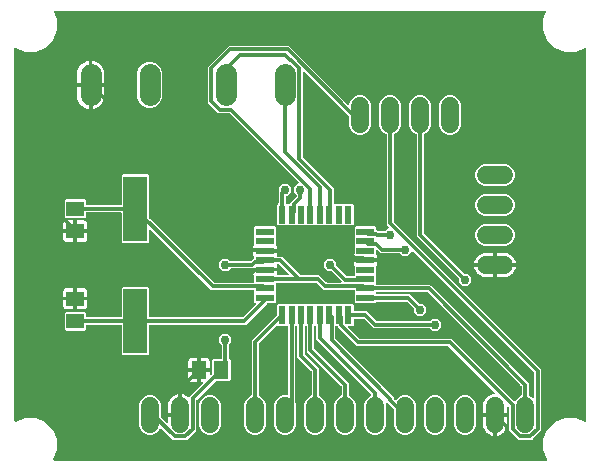
<source format=gbr>
G04 EAGLE Gerber RS-274X export*
G75*
%MOMM*%
%FSLAX34Y34*%
%LPD*%
%INTop Copper*%
%IPPOS*%
%AMOC8*
5,1,8,0,0,1.08239X$1,22.5*%
G01*
%ADD10R,1.300000X1.500000*%
%ADD11R,1.500000X1.300000*%
%ADD12R,1.500000X0.600000*%
%ADD13R,0.600000X1.500000*%
%ADD14R,2.000000X5.500000*%
%ADD15C,1.524000*%
%ADD16C,1.790700*%
%ADD17C,0.304800*%
%ADD18C,0.756400*%

G36*
X462338Y11946D02*
X462338Y11946D01*
X462383Y11944D01*
X462458Y11966D01*
X462535Y11979D01*
X462576Y12000D01*
X462620Y12013D01*
X462684Y12057D01*
X462752Y12094D01*
X462784Y12127D01*
X462822Y12153D01*
X462868Y12216D01*
X462922Y12272D01*
X462941Y12314D01*
X462968Y12350D01*
X462993Y12424D01*
X463025Y12495D01*
X463030Y12541D01*
X463045Y12584D01*
X463044Y12662D01*
X463052Y12739D01*
X463043Y12784D01*
X463042Y12830D01*
X463004Y12962D01*
X463000Y12980D01*
X462998Y12984D01*
X462996Y12991D01*
X459739Y20853D01*
X459739Y29947D01*
X463220Y38350D01*
X469650Y44780D01*
X478053Y48261D01*
X487147Y48261D01*
X495009Y45004D01*
X495053Y44994D01*
X495095Y44975D01*
X495172Y44966D01*
X495248Y44948D01*
X495294Y44953D01*
X495339Y44948D01*
X495416Y44964D01*
X495493Y44971D01*
X495535Y44990D01*
X495580Y45000D01*
X495647Y45040D01*
X495718Y45071D01*
X495752Y45102D01*
X495791Y45126D01*
X495842Y45185D01*
X495899Y45238D01*
X495921Y45278D01*
X495951Y45313D01*
X495980Y45385D01*
X496017Y45453D01*
X496026Y45498D01*
X496043Y45541D01*
X496058Y45677D01*
X496061Y45695D01*
X496060Y45700D01*
X496061Y45708D01*
X496061Y360692D01*
X496054Y360738D01*
X496056Y360783D01*
X496034Y360858D01*
X496022Y360935D01*
X496000Y360976D01*
X495987Y361020D01*
X495943Y361084D01*
X495906Y361152D01*
X495873Y361184D01*
X495847Y361222D01*
X495784Y361268D01*
X495728Y361322D01*
X495686Y361341D01*
X495650Y361368D01*
X495576Y361393D01*
X495505Y361425D01*
X495459Y361430D01*
X495416Y361445D01*
X495338Y361444D01*
X495261Y361452D01*
X495216Y361443D01*
X495170Y361442D01*
X495038Y361404D01*
X495020Y361400D01*
X495016Y361398D01*
X495009Y361396D01*
X487147Y358139D01*
X478053Y358139D01*
X469650Y361620D01*
X463220Y368050D01*
X459739Y376453D01*
X459739Y385547D01*
X462365Y391887D01*
X462376Y391931D01*
X462395Y391973D01*
X462404Y392050D01*
X462421Y392126D01*
X462417Y392172D01*
X462422Y392217D01*
X462406Y392294D01*
X462398Y392371D01*
X462380Y392413D01*
X462370Y392458D01*
X462330Y392525D01*
X462298Y392596D01*
X462267Y392630D01*
X462244Y392669D01*
X462185Y392720D01*
X462132Y392777D01*
X462092Y392799D01*
X462057Y392829D01*
X461985Y392858D01*
X461916Y392895D01*
X461871Y392904D01*
X461829Y392921D01*
X461693Y392936D01*
X461674Y392939D01*
X461669Y392938D01*
X461662Y392939D01*
X46338Y392939D01*
X46293Y392932D01*
X46247Y392934D01*
X46172Y392912D01*
X46095Y392900D01*
X46055Y392878D01*
X46011Y392865D01*
X45947Y392821D01*
X45878Y392784D01*
X45846Y392751D01*
X45809Y392725D01*
X45762Y392662D01*
X45709Y392606D01*
X45689Y392564D01*
X45662Y392528D01*
X45638Y392454D01*
X45605Y392383D01*
X45600Y392337D01*
X45586Y392294D01*
X45586Y392216D01*
X45578Y392139D01*
X45588Y392094D01*
X45588Y392048D01*
X45626Y391916D01*
X45630Y391898D01*
X45633Y391894D01*
X45635Y391887D01*
X48261Y385547D01*
X48261Y376453D01*
X44780Y368050D01*
X38350Y361620D01*
X29947Y358139D01*
X20853Y358139D01*
X12991Y361396D01*
X12947Y361406D01*
X12905Y361425D01*
X12828Y361434D01*
X12752Y361452D01*
X12706Y361447D01*
X12661Y361452D01*
X12584Y361436D01*
X12507Y361429D01*
X12465Y361410D01*
X12420Y361400D01*
X12353Y361360D01*
X12282Y361329D01*
X12248Y361298D01*
X12209Y361274D01*
X12159Y361215D01*
X12101Y361162D01*
X12079Y361122D01*
X12049Y361087D01*
X12020Y361015D01*
X11983Y360947D01*
X11974Y360902D01*
X11957Y360859D01*
X11942Y360723D01*
X11939Y360705D01*
X11940Y360700D01*
X11939Y360692D01*
X11939Y45708D01*
X11946Y45662D01*
X11944Y45617D01*
X11966Y45542D01*
X11979Y45465D01*
X12000Y45424D01*
X12013Y45380D01*
X12057Y45316D01*
X12094Y45248D01*
X12127Y45216D01*
X12153Y45178D01*
X12216Y45132D01*
X12272Y45078D01*
X12314Y45059D01*
X12350Y45032D01*
X12424Y45007D01*
X12495Y44975D01*
X12541Y44970D01*
X12584Y44955D01*
X12662Y44956D01*
X12739Y44948D01*
X12784Y44957D01*
X12830Y44958D01*
X12962Y44996D01*
X12980Y45000D01*
X12984Y45002D01*
X12991Y45004D01*
X20853Y48261D01*
X29947Y48261D01*
X38350Y44780D01*
X44780Y38350D01*
X48261Y29947D01*
X48261Y20853D01*
X45004Y12991D01*
X44994Y12947D01*
X44975Y12905D01*
X44966Y12828D01*
X44948Y12752D01*
X44953Y12706D01*
X44948Y12661D01*
X44964Y12584D01*
X44971Y12507D01*
X44990Y12465D01*
X45000Y12420D01*
X45040Y12353D01*
X45071Y12282D01*
X45102Y12248D01*
X45126Y12209D01*
X45185Y12159D01*
X45238Y12101D01*
X45278Y12079D01*
X45313Y12049D01*
X45385Y12020D01*
X45453Y11983D01*
X45498Y11974D01*
X45541Y11957D01*
X45677Y11942D01*
X45695Y11939D01*
X45700Y11940D01*
X45708Y11939D01*
X462292Y11939D01*
X462338Y11946D01*
G37*
%LPC*%
G36*
X438818Y29463D02*
X438818Y29463D01*
X430783Y37498D01*
X430783Y57197D01*
X430768Y57288D01*
X430761Y57380D01*
X430747Y57417D01*
X430744Y57439D01*
X430743Y57440D01*
X430728Y57468D01*
X430703Y57537D01*
X430661Y57594D01*
X430628Y57657D01*
X430590Y57693D01*
X430559Y57737D01*
X430501Y57778D01*
X430450Y57826D01*
X430402Y57849D01*
X430359Y57880D01*
X430291Y57900D01*
X430227Y57930D01*
X430174Y57936D01*
X430123Y57951D01*
X430053Y57949D01*
X429983Y57957D01*
X429931Y57946D01*
X429877Y57944D01*
X429811Y57920D01*
X429742Y57905D01*
X429697Y57877D01*
X429647Y57859D01*
X429592Y57815D01*
X429531Y57779D01*
X429497Y57738D01*
X429455Y57705D01*
X429417Y57645D01*
X429371Y57592D01*
X429351Y57542D01*
X429323Y57498D01*
X429306Y57429D01*
X429279Y57363D01*
X429271Y57290D01*
X429263Y57259D01*
X429265Y57236D01*
X429261Y57197D01*
X429261Y52323D01*
X419862Y52323D01*
X419842Y52320D01*
X419823Y52322D01*
X419721Y52300D01*
X419619Y52283D01*
X419602Y52274D01*
X419582Y52270D01*
X419493Y52217D01*
X419402Y52168D01*
X419388Y52154D01*
X419371Y52144D01*
X419304Y52065D01*
X419233Y51990D01*
X419224Y51972D01*
X419211Y51957D01*
X419173Y51861D01*
X419129Y51767D01*
X419127Y51747D01*
X419119Y51729D01*
X419101Y51562D01*
X419101Y50799D01*
X419099Y50799D01*
X419099Y51562D01*
X419096Y51582D01*
X419098Y51601D01*
X419076Y51703D01*
X419059Y51805D01*
X419050Y51822D01*
X419046Y51842D01*
X418993Y51931D01*
X418944Y52022D01*
X418930Y52036D01*
X418920Y52053D01*
X418841Y52120D01*
X418766Y52191D01*
X418748Y52200D01*
X418733Y52213D01*
X418637Y52252D01*
X418543Y52295D01*
X418523Y52297D01*
X418505Y52305D01*
X418338Y52323D01*
X408939Y52323D01*
X408939Y59220D01*
X409189Y60799D01*
X409684Y62320D01*
X410410Y63745D01*
X411350Y65039D01*
X412481Y66170D01*
X413775Y67110D01*
X415200Y67836D01*
X416721Y68331D01*
X418046Y68540D01*
X418057Y68544D01*
X418069Y68544D01*
X418174Y68583D01*
X418279Y68618D01*
X418289Y68625D01*
X418300Y68629D01*
X418387Y68699D01*
X418476Y68765D01*
X418483Y68775D01*
X418492Y68783D01*
X418552Y68877D01*
X418615Y68968D01*
X418618Y68979D01*
X418625Y68989D01*
X418652Y69098D01*
X418683Y69204D01*
X418682Y69216D01*
X418685Y69228D01*
X418676Y69339D01*
X418671Y69450D01*
X418667Y69461D01*
X418666Y69473D01*
X418622Y69576D01*
X418582Y69679D01*
X418574Y69689D01*
X418570Y69700D01*
X418465Y69831D01*
X379515Y108780D01*
X379441Y108833D01*
X379372Y108893D01*
X379341Y108905D01*
X379315Y108924D01*
X379228Y108951D01*
X379143Y108985D01*
X379102Y108989D01*
X379080Y108996D01*
X379048Y108995D01*
X378977Y109003D01*
X301875Y109003D01*
X285603Y125275D01*
X285603Y125514D01*
X285600Y125534D01*
X285602Y125553D01*
X285580Y125655D01*
X285564Y125757D01*
X285554Y125774D01*
X285550Y125794D01*
X285497Y125883D01*
X285448Y125974D01*
X285434Y125988D01*
X285424Y126005D01*
X285345Y126072D01*
X285270Y126144D01*
X285252Y126152D01*
X285237Y126165D01*
X285141Y126204D01*
X285047Y126247D01*
X285027Y126249D01*
X285009Y126257D01*
X284842Y126275D01*
X284462Y126275D01*
X284442Y126272D01*
X284423Y126274D01*
X284321Y126252D01*
X284219Y126236D01*
X284202Y126226D01*
X284182Y126222D01*
X284093Y126169D01*
X284002Y126120D01*
X283988Y126106D01*
X283971Y126096D01*
X283904Y126017D01*
X283832Y125942D01*
X283824Y125924D01*
X283811Y125909D01*
X283772Y125813D01*
X283729Y125719D01*
X283727Y125699D01*
X283719Y125681D01*
X283701Y125514D01*
X283701Y115416D01*
X283715Y115326D01*
X283723Y115235D01*
X283735Y115205D01*
X283740Y115173D01*
X283783Y115092D01*
X283819Y115008D01*
X283845Y114976D01*
X283856Y114956D01*
X283879Y114933D01*
X283924Y114877D01*
X333249Y65552D01*
X333249Y65078D01*
X333263Y64988D01*
X333271Y64897D01*
X333283Y64867D01*
X333288Y64835D01*
X333331Y64755D01*
X333367Y64671D01*
X333393Y64639D01*
X333404Y64618D01*
X333427Y64596D01*
X333472Y64540D01*
X334241Y63770D01*
X334257Y63759D01*
X334270Y63743D01*
X334357Y63687D01*
X334441Y63627D01*
X334460Y63621D01*
X334477Y63610D01*
X334577Y63585D01*
X334676Y63554D01*
X334696Y63555D01*
X334715Y63550D01*
X334818Y63558D01*
X334922Y63561D01*
X334941Y63568D01*
X334960Y63569D01*
X335055Y63610D01*
X335153Y63645D01*
X335169Y63658D01*
X335187Y63666D01*
X335318Y63770D01*
X337720Y66173D01*
X341081Y67565D01*
X344719Y67565D01*
X348080Y66173D01*
X350653Y63600D01*
X352045Y60239D01*
X352045Y41361D01*
X350653Y38000D01*
X348080Y35427D01*
X344719Y34035D01*
X341081Y34035D01*
X337720Y35427D01*
X335147Y38000D01*
X333755Y41361D01*
X333755Y55318D01*
X333741Y55408D01*
X333733Y55499D01*
X333721Y55529D01*
X333716Y55561D01*
X333690Y55609D01*
X333690Y55610D01*
X333687Y55615D01*
X333673Y55641D01*
X333637Y55725D01*
X333611Y55757D01*
X333600Y55778D01*
X333577Y55800D01*
X333573Y55805D01*
X333564Y55821D01*
X333554Y55830D01*
X333532Y55856D01*
X327580Y61809D01*
X327501Y61866D01*
X327426Y61928D01*
X327401Y61937D01*
X327380Y61952D01*
X327287Y61981D01*
X327196Y62016D01*
X327170Y62017D01*
X327145Y62025D01*
X327048Y62022D01*
X326950Y62026D01*
X326925Y62019D01*
X326899Y62018D01*
X326808Y61985D01*
X326714Y61958D01*
X326693Y61943D01*
X326668Y61934D01*
X326592Y61873D01*
X326512Y61817D01*
X326496Y61796D01*
X326476Y61780D01*
X326423Y61698D01*
X326365Y61620D01*
X326357Y61595D01*
X326343Y61573D01*
X326319Y61479D01*
X326289Y61386D01*
X326289Y61360D01*
X326283Y61335D01*
X326291Y61238D01*
X326291Y61140D01*
X326301Y61109D01*
X326302Y61089D01*
X326315Y61059D01*
X326338Y60979D01*
X326645Y60239D01*
X326645Y41361D01*
X325253Y38000D01*
X322680Y35427D01*
X319319Y34035D01*
X315681Y34035D01*
X312320Y35427D01*
X309747Y38000D01*
X308355Y41361D01*
X308355Y60239D01*
X309747Y63600D01*
X312320Y66173D01*
X313873Y66816D01*
X313912Y66840D01*
X313956Y66856D01*
X314006Y66896D01*
X314020Y66904D01*
X314027Y66911D01*
X314082Y66946D01*
X314112Y66981D01*
X314148Y67010D01*
X314190Y67075D01*
X314239Y67135D01*
X314256Y67178D01*
X314281Y67217D01*
X314300Y67292D01*
X314327Y67365D01*
X314329Y67411D01*
X314341Y67455D01*
X314335Y67533D01*
X314338Y67610D01*
X314325Y67655D01*
X314321Y67700D01*
X314291Y67772D01*
X314269Y67847D01*
X314243Y67884D01*
X314225Y67927D01*
X314140Y68033D01*
X314129Y68049D01*
X314125Y68052D01*
X314120Y68058D01*
X267651Y114527D01*
X267651Y125514D01*
X267648Y125534D01*
X267650Y125553D01*
X267628Y125655D01*
X267612Y125757D01*
X267602Y125774D01*
X267598Y125794D01*
X267545Y125883D01*
X267496Y125974D01*
X267482Y125988D01*
X267472Y126005D01*
X267393Y126072D01*
X267318Y126144D01*
X267300Y126152D01*
X267285Y126165D01*
X267189Y126204D01*
X267095Y126247D01*
X267075Y126249D01*
X267057Y126257D01*
X267008Y126262D01*
X267003Y126266D01*
X266902Y126291D01*
X266803Y126321D01*
X266783Y126321D01*
X266764Y126326D01*
X266661Y126318D01*
X266558Y126315D01*
X266539Y126308D01*
X266519Y126307D01*
X266424Y126266D01*
X266410Y126261D01*
X266369Y126252D01*
X266267Y126236D01*
X266250Y126226D01*
X266230Y126222D01*
X266141Y126169D01*
X266050Y126120D01*
X266036Y126106D01*
X266019Y126096D01*
X265952Y126017D01*
X265880Y125942D01*
X265872Y125924D01*
X265859Y125909D01*
X265820Y125813D01*
X265777Y125719D01*
X265775Y125699D01*
X265767Y125681D01*
X265749Y125514D01*
X265749Y107178D01*
X265763Y107088D01*
X265771Y106997D01*
X265783Y106967D01*
X265788Y106935D01*
X265831Y106855D01*
X265867Y106771D01*
X265893Y106739D01*
X265904Y106718D01*
X265927Y106696D01*
X265972Y106640D01*
X295149Y77463D01*
X295149Y67564D01*
X295168Y67449D01*
X295185Y67333D01*
X295187Y67327D01*
X295188Y67321D01*
X295243Y67219D01*
X295296Y67114D01*
X295301Y67109D01*
X295304Y67104D01*
X295388Y67024D01*
X295472Y66942D01*
X295478Y66938D01*
X295482Y66935D01*
X295499Y66927D01*
X295619Y66861D01*
X297280Y66173D01*
X299853Y63600D01*
X301245Y60239D01*
X301245Y41361D01*
X299853Y38000D01*
X297280Y35427D01*
X293919Y34035D01*
X290281Y34035D01*
X286920Y35427D01*
X284347Y38000D01*
X282955Y41361D01*
X282955Y60239D01*
X284347Y63600D01*
X286920Y66173D01*
X288581Y66861D01*
X288681Y66922D01*
X288781Y66982D01*
X288785Y66987D01*
X288790Y66990D01*
X288865Y67080D01*
X288941Y67169D01*
X288943Y67175D01*
X288947Y67180D01*
X288989Y67288D01*
X289033Y67397D01*
X289034Y67405D01*
X289035Y67409D01*
X289036Y67428D01*
X289051Y67564D01*
X289051Y74622D01*
X289037Y74712D01*
X289029Y74803D01*
X289017Y74833D01*
X289012Y74865D01*
X288969Y74945D01*
X288933Y75029D01*
X288907Y75061D01*
X288896Y75082D01*
X288873Y75104D01*
X288828Y75160D01*
X259651Y104337D01*
X259651Y125514D01*
X259648Y125534D01*
X259650Y125553D01*
X259628Y125655D01*
X259612Y125757D01*
X259602Y125774D01*
X259598Y125794D01*
X259545Y125883D01*
X259496Y125974D01*
X259482Y125988D01*
X259472Y126005D01*
X259393Y126072D01*
X259318Y126144D01*
X259300Y126152D01*
X259285Y126165D01*
X259189Y126204D01*
X259095Y126247D01*
X259075Y126249D01*
X259057Y126257D01*
X259008Y126262D01*
X259003Y126266D01*
X258902Y126291D01*
X258803Y126321D01*
X258783Y126321D01*
X258764Y126326D01*
X258661Y126318D01*
X258558Y126315D01*
X258539Y126308D01*
X258519Y126307D01*
X258424Y126266D01*
X258410Y126261D01*
X258369Y126252D01*
X258267Y126236D01*
X258250Y126226D01*
X258230Y126222D01*
X258141Y126169D01*
X258050Y126120D01*
X258036Y126106D01*
X258019Y126096D01*
X257952Y126017D01*
X257880Y125942D01*
X257872Y125924D01*
X257859Y125909D01*
X257820Y125813D01*
X257777Y125719D01*
X257775Y125699D01*
X257767Y125681D01*
X257749Y125514D01*
X257749Y102478D01*
X257763Y102388D01*
X257771Y102297D01*
X257783Y102267D01*
X257788Y102235D01*
X257831Y102155D01*
X257867Y102071D01*
X257893Y102039D01*
X257904Y102018D01*
X257927Y101996D01*
X257972Y101940D01*
X269749Y90163D01*
X269749Y67564D01*
X269768Y67449D01*
X269785Y67333D01*
X269787Y67327D01*
X269788Y67321D01*
X269843Y67219D01*
X269896Y67114D01*
X269901Y67109D01*
X269904Y67104D01*
X269988Y67024D01*
X270072Y66942D01*
X270078Y66938D01*
X270082Y66935D01*
X270099Y66927D01*
X270219Y66861D01*
X271880Y66173D01*
X274453Y63600D01*
X275845Y60239D01*
X275845Y41361D01*
X274453Y38000D01*
X271880Y35427D01*
X268519Y34035D01*
X264881Y34035D01*
X261520Y35427D01*
X258947Y38000D01*
X257555Y41361D01*
X257555Y60239D01*
X258947Y63600D01*
X261520Y66173D01*
X263181Y66861D01*
X263281Y66922D01*
X263381Y66982D01*
X263385Y66987D01*
X263390Y66990D01*
X263465Y67080D01*
X263541Y67169D01*
X263543Y67175D01*
X263547Y67180D01*
X263589Y67288D01*
X263633Y67397D01*
X263634Y67405D01*
X263635Y67409D01*
X263636Y67428D01*
X263651Y67564D01*
X263651Y87322D01*
X263649Y87334D01*
X263650Y87342D01*
X263641Y87384D01*
X263637Y87412D01*
X263629Y87503D01*
X263617Y87533D01*
X263612Y87565D01*
X263569Y87645D01*
X263533Y87729D01*
X263507Y87761D01*
X263496Y87782D01*
X263473Y87804D01*
X263428Y87860D01*
X253660Y97628D01*
X251651Y99637D01*
X251651Y125514D01*
X251648Y125534D01*
X251650Y125553D01*
X251628Y125655D01*
X251612Y125757D01*
X251602Y125774D01*
X251598Y125794D01*
X251545Y125883D01*
X251496Y125974D01*
X251482Y125988D01*
X251472Y126005D01*
X251393Y126072D01*
X251318Y126144D01*
X251300Y126152D01*
X251285Y126165D01*
X251189Y126204D01*
X251095Y126247D01*
X251075Y126249D01*
X251057Y126257D01*
X251008Y126262D01*
X251003Y126266D01*
X250902Y126291D01*
X250803Y126321D01*
X250783Y126321D01*
X250764Y126326D01*
X250661Y126318D01*
X250558Y126315D01*
X250539Y126308D01*
X250519Y126307D01*
X250424Y126266D01*
X250410Y126261D01*
X250369Y126252D01*
X250267Y126236D01*
X250250Y126226D01*
X250230Y126222D01*
X250141Y126169D01*
X250050Y126120D01*
X250036Y126106D01*
X250019Y126096D01*
X249952Y126017D01*
X249880Y125942D01*
X249872Y125924D01*
X249859Y125909D01*
X249820Y125813D01*
X249777Y125719D01*
X249775Y125699D01*
X249767Y125681D01*
X249749Y125514D01*
X249749Y62071D01*
X249759Y62006D01*
X249760Y61941D01*
X249783Y61860D01*
X249788Y61828D01*
X249798Y61811D01*
X249807Y61779D01*
X250445Y60239D01*
X250445Y41361D01*
X249053Y38000D01*
X246480Y35427D01*
X243119Y34035D01*
X239481Y34035D01*
X236120Y35427D01*
X233547Y38000D01*
X232155Y41361D01*
X232155Y60239D01*
X233547Y63600D01*
X236120Y66173D01*
X239481Y67565D01*
X242890Y67565D01*
X242910Y67568D01*
X242929Y67566D01*
X243031Y67588D01*
X243133Y67604D01*
X243150Y67614D01*
X243170Y67618D01*
X243259Y67671D01*
X243350Y67720D01*
X243364Y67734D01*
X243381Y67744D01*
X243448Y67823D01*
X243520Y67898D01*
X243528Y67916D01*
X243541Y67931D01*
X243580Y68027D01*
X243623Y68121D01*
X243625Y68141D01*
X243633Y68159D01*
X243651Y68326D01*
X243651Y125514D01*
X243648Y125534D01*
X243650Y125553D01*
X243628Y125655D01*
X243612Y125757D01*
X243602Y125774D01*
X243598Y125794D01*
X243545Y125883D01*
X243496Y125974D01*
X243482Y125988D01*
X243472Y126005D01*
X243393Y126072D01*
X243318Y126144D01*
X243300Y126152D01*
X243285Y126165D01*
X243189Y126204D01*
X243095Y126247D01*
X243075Y126249D01*
X243057Y126257D01*
X243008Y126262D01*
X243003Y126266D01*
X242902Y126291D01*
X242803Y126321D01*
X242783Y126321D01*
X242764Y126326D01*
X242661Y126318D01*
X242558Y126315D01*
X242539Y126308D01*
X242519Y126307D01*
X242445Y126275D01*
X235068Y126275D01*
X235066Y126278D01*
X235050Y126289D01*
X235037Y126305D01*
X234950Y126361D01*
X234866Y126421D01*
X234847Y126427D01*
X234830Y126438D01*
X234730Y126463D01*
X234631Y126494D01*
X234611Y126493D01*
X234592Y126498D01*
X234489Y126490D01*
X234385Y126487D01*
X234367Y126480D01*
X234347Y126479D01*
X234252Y126438D01*
X234154Y126403D01*
X234139Y126390D01*
X234120Y126383D01*
X233989Y126278D01*
X219172Y111460D01*
X219119Y111386D01*
X219059Y111317D01*
X219047Y111287D01*
X219028Y111260D01*
X219001Y111173D01*
X218967Y111089D01*
X218963Y111048D01*
X218956Y111025D01*
X218957Y110993D01*
X218949Y110922D01*
X218949Y67564D01*
X218968Y67449D01*
X218985Y67333D01*
X218987Y67327D01*
X218988Y67321D01*
X219043Y67219D01*
X219096Y67114D01*
X219101Y67109D01*
X219104Y67104D01*
X219188Y67024D01*
X219272Y66942D01*
X219278Y66938D01*
X219282Y66935D01*
X219299Y66927D01*
X219419Y66861D01*
X221080Y66173D01*
X223653Y63600D01*
X225045Y60239D01*
X225045Y41361D01*
X223653Y38000D01*
X221080Y35427D01*
X217719Y34035D01*
X214081Y34035D01*
X210720Y35427D01*
X208147Y38000D01*
X206755Y41361D01*
X206755Y60239D01*
X208147Y63600D01*
X210720Y66173D01*
X212381Y66861D01*
X212481Y66922D01*
X212581Y66982D01*
X212585Y66987D01*
X212590Y66990D01*
X212665Y67080D01*
X212741Y67169D01*
X212743Y67175D01*
X212747Y67180D01*
X212789Y67288D01*
X212833Y67397D01*
X212834Y67405D01*
X212835Y67409D01*
X212836Y67428D01*
X212851Y67564D01*
X212851Y113763D01*
X233952Y134864D01*
X234005Y134938D01*
X234065Y135007D01*
X234077Y135037D01*
X234096Y135064D01*
X234123Y135151D01*
X234157Y135235D01*
X234161Y135276D01*
X234168Y135299D01*
X234167Y135331D01*
X234175Y135402D01*
X234175Y143432D01*
X235068Y144325D01*
X242436Y144325D01*
X242498Y144309D01*
X242596Y144279D01*
X242616Y144279D01*
X242636Y144274D01*
X242739Y144282D01*
X242842Y144285D01*
X242861Y144292D01*
X242881Y144293D01*
X242954Y144325D01*
X250436Y144325D01*
X250498Y144309D01*
X250596Y144279D01*
X250616Y144279D01*
X250636Y144274D01*
X250739Y144282D01*
X250842Y144285D01*
X250861Y144292D01*
X250881Y144293D01*
X250954Y144325D01*
X258436Y144325D01*
X258498Y144309D01*
X258596Y144279D01*
X258616Y144279D01*
X258636Y144274D01*
X258739Y144282D01*
X258842Y144285D01*
X258861Y144292D01*
X258881Y144293D01*
X258954Y144325D01*
X266436Y144325D01*
X266498Y144309D01*
X266596Y144279D01*
X266616Y144279D01*
X266636Y144274D01*
X266739Y144282D01*
X266842Y144285D01*
X266861Y144292D01*
X266881Y144293D01*
X266954Y144325D01*
X274436Y144325D01*
X274498Y144309D01*
X274596Y144279D01*
X274616Y144279D01*
X274636Y144274D01*
X274739Y144282D01*
X274842Y144285D01*
X274861Y144292D01*
X274881Y144293D01*
X274954Y144325D01*
X282436Y144325D01*
X282498Y144309D01*
X282596Y144279D01*
X282616Y144279D01*
X282636Y144274D01*
X282739Y144282D01*
X282842Y144285D01*
X282861Y144292D01*
X282881Y144293D01*
X282954Y144325D01*
X290436Y144325D01*
X290498Y144309D01*
X290596Y144279D01*
X290616Y144279D01*
X290636Y144274D01*
X290739Y144282D01*
X290842Y144285D01*
X290861Y144292D01*
X290881Y144293D01*
X290954Y144325D01*
X298332Y144325D01*
X299225Y143432D01*
X299225Y139110D01*
X299228Y139090D01*
X299226Y139071D01*
X299248Y138969D01*
X299264Y138867D01*
X299274Y138850D01*
X299278Y138830D01*
X299331Y138741D01*
X299380Y138650D01*
X299394Y138636D01*
X299404Y138619D01*
X299483Y138552D01*
X299558Y138480D01*
X299576Y138472D01*
X299591Y138459D01*
X299687Y138420D01*
X299781Y138377D01*
X299801Y138375D01*
X299819Y138367D01*
X299986Y138349D01*
X310463Y138349D01*
X318540Y130272D01*
X318614Y130219D01*
X318683Y130159D01*
X318713Y130147D01*
X318740Y130128D01*
X318827Y130101D01*
X318911Y130067D01*
X318952Y130063D01*
X318975Y130056D01*
X319007Y130057D01*
X319078Y130049D01*
X363529Y130049D01*
X363619Y130063D01*
X363710Y130071D01*
X363739Y130083D01*
X363771Y130088D01*
X363852Y130131D01*
X363936Y130167D01*
X363968Y130193D01*
X363989Y130204D01*
X364011Y130227D01*
X364067Y130272D01*
X366102Y132307D01*
X370498Y132307D01*
X373607Y129198D01*
X373607Y124802D01*
X370498Y121693D01*
X366102Y121693D01*
X364067Y123728D01*
X363993Y123781D01*
X363923Y123841D01*
X363893Y123853D01*
X363867Y123872D01*
X363780Y123899D01*
X363695Y123933D01*
X363654Y123937D01*
X363632Y123944D01*
X363600Y123943D01*
X363529Y123951D01*
X316237Y123951D01*
X308160Y132028D01*
X308086Y132081D01*
X308017Y132141D01*
X307987Y132153D01*
X307960Y132172D01*
X307873Y132199D01*
X307789Y132233D01*
X307748Y132237D01*
X307725Y132244D01*
X307693Y132243D01*
X307622Y132251D01*
X299986Y132251D01*
X299966Y132248D01*
X299947Y132250D01*
X299845Y132228D01*
X299743Y132212D01*
X299726Y132202D01*
X299706Y132198D01*
X299617Y132145D01*
X299526Y132096D01*
X299512Y132082D01*
X299495Y132072D01*
X299428Y131993D01*
X299356Y131918D01*
X299348Y131900D01*
X299335Y131885D01*
X299296Y131789D01*
X299253Y131695D01*
X299251Y131675D01*
X299243Y131657D01*
X299225Y131490D01*
X299225Y127168D01*
X298332Y126275D01*
X295064Y126275D01*
X294993Y126264D01*
X294921Y126262D01*
X294872Y126244D01*
X294821Y126236D01*
X294758Y126202D01*
X294690Y126177D01*
X294650Y126145D01*
X294603Y126120D01*
X294554Y126068D01*
X294498Y126024D01*
X294470Y125980D01*
X294434Y125942D01*
X294404Y125877D01*
X294365Y125817D01*
X294352Y125766D01*
X294330Y125719D01*
X294323Y125648D01*
X294305Y125578D01*
X294309Y125526D01*
X294303Y125475D01*
X294319Y125404D01*
X294324Y125333D01*
X294345Y125285D01*
X294356Y125234D01*
X294392Y125173D01*
X294421Y125107D01*
X294465Y125051D01*
X294482Y125023D01*
X294500Y125008D01*
X294525Y124976D01*
X304177Y115324D01*
X304251Y115271D01*
X304321Y115211D01*
X304351Y115199D01*
X304377Y115180D01*
X304464Y115153D01*
X304549Y115119D01*
X304590Y115115D01*
X304612Y115108D01*
X304644Y115109D01*
X304716Y115101D01*
X381818Y115101D01*
X383827Y113092D01*
X434938Y61981D01*
X434975Y61954D01*
X435006Y61920D01*
X435074Y61883D01*
X435137Y61837D01*
X435181Y61824D01*
X435221Y61802D01*
X435298Y61788D01*
X435372Y61765D01*
X435418Y61766D01*
X435463Y61758D01*
X435540Y61769D01*
X435618Y61771D01*
X435661Y61787D01*
X435707Y61794D01*
X435776Y61829D01*
X435849Y61856D01*
X435885Y61885D01*
X435926Y61905D01*
X435981Y61961D01*
X436041Y62010D01*
X436066Y62048D01*
X436098Y62081D01*
X436164Y62201D01*
X436174Y62216D01*
X436175Y62221D01*
X436179Y62228D01*
X436747Y63600D01*
X439320Y66173D01*
X440981Y66861D01*
X441081Y66922D01*
X441181Y66982D01*
X441185Y66987D01*
X441190Y66990D01*
X441265Y67080D01*
X441341Y67169D01*
X441343Y67175D01*
X441347Y67180D01*
X441389Y67288D01*
X441433Y67397D01*
X441434Y67405D01*
X441435Y67409D01*
X441436Y67428D01*
X441451Y67564D01*
X441451Y74622D01*
X441437Y74712D01*
X441429Y74803D01*
X441417Y74833D01*
X441412Y74865D01*
X441369Y74945D01*
X441333Y75029D01*
X441307Y75061D01*
X441296Y75082D01*
X441273Y75104D01*
X441228Y75160D01*
X361860Y154528D01*
X361786Y154581D01*
X361717Y154641D01*
X361687Y154653D01*
X361660Y154672D01*
X361573Y154699D01*
X361489Y154733D01*
X361448Y154737D01*
X361425Y154744D01*
X361393Y154743D01*
X361322Y154751D01*
X318986Y154751D01*
X318966Y154748D01*
X318947Y154750D01*
X318845Y154728D01*
X318743Y154712D01*
X318726Y154702D01*
X318706Y154698D01*
X318617Y154645D01*
X318526Y154596D01*
X318512Y154582D01*
X318495Y154572D01*
X318428Y154493D01*
X318356Y154418D01*
X318348Y154400D01*
X318335Y154385D01*
X318296Y154289D01*
X318253Y154195D01*
X318251Y154175D01*
X318243Y154157D01*
X318238Y154108D01*
X318234Y154103D01*
X318209Y154002D01*
X318179Y153903D01*
X318179Y153883D01*
X318174Y153864D01*
X318182Y153761D01*
X318185Y153658D01*
X318192Y153639D01*
X318193Y153619D01*
X318234Y153524D01*
X318239Y153510D01*
X318248Y153469D01*
X318264Y153367D01*
X318274Y153350D01*
X318278Y153330D01*
X318331Y153241D01*
X318380Y153150D01*
X318394Y153136D01*
X318404Y153119D01*
X318483Y153052D01*
X318558Y152980D01*
X318576Y152972D01*
X318591Y152959D01*
X318687Y152920D01*
X318781Y152877D01*
X318801Y152875D01*
X318819Y152867D01*
X318986Y152849D01*
X346763Y152849D01*
X354382Y145230D01*
X354456Y145177D01*
X354525Y145117D01*
X354555Y145105D01*
X354582Y145086D01*
X354669Y145059D01*
X354753Y145025D01*
X354794Y145021D01*
X354817Y145014D01*
X354849Y145015D01*
X354920Y145007D01*
X357798Y145007D01*
X360907Y141898D01*
X360907Y137502D01*
X357798Y134393D01*
X353402Y134393D01*
X350293Y137502D01*
X350293Y140380D01*
X350279Y140470D01*
X350271Y140561D01*
X350259Y140591D01*
X350254Y140623D01*
X350211Y140703D01*
X350175Y140787D01*
X350149Y140819D01*
X350138Y140840D01*
X350115Y140862D01*
X350070Y140918D01*
X344460Y146528D01*
X344386Y146581D01*
X344317Y146641D01*
X344287Y146653D01*
X344260Y146672D01*
X344173Y146699D01*
X344089Y146733D01*
X344048Y146737D01*
X344025Y146744D01*
X343993Y146743D01*
X343922Y146751D01*
X318986Y146751D01*
X318966Y146748D01*
X318947Y146750D01*
X318845Y146728D01*
X318743Y146712D01*
X318726Y146702D01*
X318706Y146698D01*
X318617Y146645D01*
X318526Y146596D01*
X318512Y146582D01*
X318495Y146572D01*
X318428Y146493D01*
X318356Y146418D01*
X318348Y146400D01*
X318335Y146385D01*
X318296Y146289D01*
X318254Y146198D01*
X317332Y145275D01*
X301068Y145275D01*
X300175Y146168D01*
X300175Y153536D01*
X300191Y153598D01*
X300221Y153696D01*
X300221Y153716D01*
X300226Y153736D01*
X300218Y153839D01*
X300215Y153942D01*
X300208Y153961D01*
X300207Y153981D01*
X300175Y154054D01*
X300175Y155942D01*
X300172Y155962D01*
X300174Y155981D01*
X300152Y156083D01*
X300136Y156185D01*
X300126Y156202D01*
X300122Y156222D01*
X300069Y156311D01*
X300020Y156402D01*
X300006Y156416D01*
X299996Y156433D01*
X299917Y156500D01*
X299842Y156572D01*
X299824Y156580D01*
X299809Y156593D01*
X299713Y156632D01*
X299619Y156675D01*
X299599Y156677D01*
X299581Y156685D01*
X299414Y156703D01*
X273775Y156703D01*
X267950Y162528D01*
X267876Y162581D01*
X267806Y162641D01*
X267776Y162653D01*
X267750Y162672D01*
X267663Y162699D01*
X267578Y162733D01*
X267537Y162737D01*
X267515Y162744D01*
X267483Y162743D01*
X267411Y162751D01*
X233986Y162751D01*
X233966Y162748D01*
X233947Y162750D01*
X233845Y162728D01*
X233743Y162712D01*
X233726Y162702D01*
X233706Y162698D01*
X233617Y162645D01*
X233526Y162596D01*
X233512Y162582D01*
X233495Y162572D01*
X233428Y162493D01*
X233356Y162418D01*
X233348Y162400D01*
X233335Y162385D01*
X233296Y162289D01*
X233253Y162195D01*
X233251Y162175D01*
X233243Y162157D01*
X233238Y162108D01*
X233234Y162103D01*
X233209Y162002D01*
X233179Y161904D01*
X233179Y161884D01*
X233174Y161864D01*
X233182Y161761D01*
X233185Y161658D01*
X233192Y161639D01*
X233193Y161619D01*
X233225Y161546D01*
X233225Y154064D01*
X233209Y154002D01*
X233179Y153904D01*
X233179Y153884D01*
X233174Y153864D01*
X233182Y153761D01*
X233185Y153658D01*
X233192Y153639D01*
X233193Y153619D01*
X233225Y153546D01*
X233225Y146168D01*
X232332Y145275D01*
X226102Y145275D01*
X226012Y145261D01*
X225921Y145253D01*
X225891Y145241D01*
X225859Y145236D01*
X225779Y145193D01*
X225695Y145157D01*
X225663Y145131D01*
X225642Y145120D01*
X225620Y145097D01*
X225564Y145052D01*
X207763Y127251D01*
X126586Y127251D01*
X126566Y127248D01*
X126547Y127250D01*
X126445Y127228D01*
X126343Y127212D01*
X126326Y127202D01*
X126306Y127198D01*
X126217Y127145D01*
X126126Y127096D01*
X126112Y127082D01*
X126095Y127072D01*
X126028Y126993D01*
X125956Y126918D01*
X125948Y126900D01*
X125935Y126885D01*
X125896Y126789D01*
X125853Y126695D01*
X125851Y126675D01*
X125843Y126657D01*
X125825Y126490D01*
X125825Y102168D01*
X124932Y101275D01*
X103668Y101275D01*
X102775Y102168D01*
X102775Y126390D01*
X102772Y126410D01*
X102774Y126429D01*
X102752Y126531D01*
X102736Y126633D01*
X102726Y126650D01*
X102722Y126670D01*
X102669Y126759D01*
X102620Y126850D01*
X102606Y126864D01*
X102596Y126881D01*
X102517Y126948D01*
X102442Y127020D01*
X102424Y127028D01*
X102409Y127041D01*
X102313Y127080D01*
X102219Y127123D01*
X102199Y127125D01*
X102181Y127133D01*
X102014Y127151D01*
X73286Y127151D01*
X73266Y127148D01*
X73247Y127150D01*
X73145Y127128D01*
X73043Y127112D01*
X73026Y127102D01*
X73006Y127098D01*
X72917Y127045D01*
X72826Y126996D01*
X72812Y126982D01*
X72795Y126972D01*
X72728Y126893D01*
X72656Y126818D01*
X72648Y126800D01*
X72635Y126785D01*
X72596Y126689D01*
X72553Y126595D01*
X72551Y126575D01*
X72543Y126557D01*
X72525Y126390D01*
X72525Y123068D01*
X71632Y122175D01*
X55368Y122175D01*
X54475Y123068D01*
X54475Y137332D01*
X55368Y138225D01*
X71632Y138225D01*
X72525Y137332D01*
X72525Y134010D01*
X72528Y133990D01*
X72526Y133971D01*
X72548Y133869D01*
X72564Y133767D01*
X72574Y133750D01*
X72578Y133730D01*
X72631Y133641D01*
X72680Y133550D01*
X72694Y133536D01*
X72704Y133519D01*
X72783Y133452D01*
X72858Y133380D01*
X72876Y133372D01*
X72891Y133359D01*
X72987Y133320D01*
X73081Y133277D01*
X73101Y133275D01*
X73119Y133267D01*
X73286Y133249D01*
X102014Y133249D01*
X102034Y133252D01*
X102053Y133250D01*
X102155Y133272D01*
X102257Y133288D01*
X102274Y133298D01*
X102294Y133302D01*
X102383Y133355D01*
X102474Y133404D01*
X102488Y133418D01*
X102505Y133428D01*
X102572Y133507D01*
X102644Y133582D01*
X102652Y133600D01*
X102665Y133615D01*
X102704Y133711D01*
X102747Y133805D01*
X102749Y133825D01*
X102757Y133843D01*
X102775Y134010D01*
X102775Y158432D01*
X103668Y159325D01*
X124932Y159325D01*
X125825Y158432D01*
X125825Y134110D01*
X125828Y134090D01*
X125826Y134071D01*
X125848Y133969D01*
X125864Y133867D01*
X125874Y133850D01*
X125878Y133830D01*
X125931Y133741D01*
X125980Y133650D01*
X125994Y133636D01*
X126004Y133619D01*
X126083Y133552D01*
X126158Y133480D01*
X126176Y133472D01*
X126191Y133459D01*
X126287Y133420D01*
X126381Y133377D01*
X126401Y133375D01*
X126419Y133367D01*
X126586Y133349D01*
X204922Y133349D01*
X205012Y133363D01*
X205103Y133371D01*
X205133Y133383D01*
X205165Y133388D01*
X205245Y133431D01*
X205329Y133467D01*
X205361Y133493D01*
X205382Y133504D01*
X205404Y133527D01*
X205460Y133572D01*
X216078Y144189D01*
X216089Y144206D01*
X216105Y144218D01*
X216161Y144305D01*
X216221Y144389D01*
X216227Y144408D01*
X216238Y144425D01*
X216263Y144525D01*
X216294Y144624D01*
X216293Y144644D01*
X216298Y144663D01*
X216290Y144766D01*
X216287Y144870D01*
X216280Y144889D01*
X216279Y144909D01*
X216239Y145004D01*
X216203Y145101D01*
X216190Y145117D01*
X216183Y145135D01*
X216078Y145266D01*
X215175Y146168D01*
X215175Y153536D01*
X215191Y153598D01*
X215221Y153697D01*
X215221Y153717D01*
X215226Y153736D01*
X215218Y153839D01*
X215215Y153942D01*
X215208Y153961D01*
X215207Y153981D01*
X215175Y154055D01*
X215175Y155942D01*
X215172Y155962D01*
X215174Y155981D01*
X215152Y156083D01*
X215136Y156185D01*
X215126Y156202D01*
X215122Y156222D01*
X215069Y156311D01*
X215020Y156402D01*
X215006Y156416D01*
X214996Y156433D01*
X214917Y156500D01*
X214842Y156572D01*
X214824Y156580D01*
X214809Y156593D01*
X214713Y156632D01*
X214619Y156675D01*
X214599Y156677D01*
X214581Y156685D01*
X214414Y156703D01*
X178585Y156703D01*
X127124Y208164D01*
X127066Y208206D01*
X127014Y208255D01*
X126967Y208277D01*
X126925Y208308D01*
X126856Y208329D01*
X126791Y208359D01*
X126739Y208365D01*
X126689Y208380D01*
X126618Y208378D01*
X126547Y208386D01*
X126496Y208375D01*
X126444Y208374D01*
X126376Y208349D01*
X126306Y208334D01*
X126261Y208307D01*
X126213Y208289D01*
X126157Y208244D01*
X126095Y208208D01*
X126061Y208168D01*
X126021Y208136D01*
X125982Y208075D01*
X125935Y208021D01*
X125916Y207972D01*
X125888Y207929D01*
X125870Y207859D01*
X125843Y207793D01*
X125835Y207721D01*
X125827Y207690D01*
X125829Y207667D01*
X125825Y207626D01*
X125825Y197168D01*
X124932Y196275D01*
X103668Y196275D01*
X102775Y197168D01*
X102775Y221590D01*
X102772Y221610D01*
X102774Y221629D01*
X102752Y221731D01*
X102736Y221833D01*
X102726Y221850D01*
X102722Y221870D01*
X102669Y221959D01*
X102620Y222050D01*
X102606Y222064D01*
X102596Y222081D01*
X102517Y222148D01*
X102442Y222220D01*
X102424Y222228D01*
X102409Y222241D01*
X102313Y222280D01*
X102219Y222323D01*
X102199Y222325D01*
X102181Y222333D01*
X102014Y222351D01*
X73286Y222351D01*
X73266Y222348D01*
X73247Y222350D01*
X73145Y222328D01*
X73043Y222312D01*
X73026Y222302D01*
X73006Y222298D01*
X72917Y222245D01*
X72826Y222196D01*
X72812Y222182D01*
X72795Y222172D01*
X72728Y222093D01*
X72656Y222018D01*
X72648Y222000D01*
X72635Y221985D01*
X72596Y221889D01*
X72553Y221795D01*
X72551Y221775D01*
X72543Y221757D01*
X72525Y221590D01*
X72525Y218268D01*
X71632Y217375D01*
X55368Y217375D01*
X54475Y218268D01*
X54475Y232532D01*
X55368Y233425D01*
X71632Y233425D01*
X72525Y232532D01*
X72525Y229210D01*
X72528Y229190D01*
X72526Y229171D01*
X72548Y229069D01*
X72564Y228967D01*
X72574Y228950D01*
X72578Y228930D01*
X72631Y228841D01*
X72680Y228750D01*
X72694Y228736D01*
X72704Y228719D01*
X72783Y228652D01*
X72858Y228580D01*
X72876Y228572D01*
X72891Y228559D01*
X72987Y228520D01*
X73081Y228477D01*
X73101Y228475D01*
X73119Y228467D01*
X73286Y228449D01*
X102014Y228449D01*
X102034Y228452D01*
X102053Y228450D01*
X102155Y228472D01*
X102257Y228488D01*
X102274Y228498D01*
X102294Y228502D01*
X102383Y228555D01*
X102474Y228604D01*
X102488Y228618D01*
X102505Y228628D01*
X102572Y228707D01*
X102644Y228782D01*
X102652Y228800D01*
X102665Y228815D01*
X102704Y228911D01*
X102747Y229005D01*
X102749Y229025D01*
X102757Y229043D01*
X102775Y229210D01*
X102775Y253432D01*
X103668Y254325D01*
X124932Y254325D01*
X125825Y253432D01*
X125825Y218402D01*
X125839Y218312D01*
X125847Y218221D01*
X125859Y218191D01*
X125864Y218159D01*
X125907Y218079D01*
X125943Y217995D01*
X125969Y217963D01*
X125980Y217942D01*
X126003Y217920D01*
X126048Y217864D01*
X180888Y163024D01*
X180962Y162971D01*
X181031Y162911D01*
X181061Y162899D01*
X181088Y162880D01*
X181175Y162853D01*
X181259Y162819D01*
X181300Y162815D01*
X181323Y162808D01*
X181355Y162809D01*
X181426Y162801D01*
X214414Y162801D01*
X214434Y162804D01*
X214453Y162802D01*
X214555Y162824D01*
X214657Y162840D01*
X214674Y162850D01*
X214694Y162854D01*
X214783Y162907D01*
X214874Y162956D01*
X214888Y162970D01*
X214905Y162980D01*
X214972Y163059D01*
X215044Y163134D01*
X215052Y163152D01*
X215065Y163167D01*
X215104Y163263D01*
X215147Y163357D01*
X215149Y163377D01*
X215157Y163395D01*
X215175Y163562D01*
X215175Y168416D01*
X215161Y168506D01*
X215153Y168597D01*
X215141Y168627D01*
X215136Y168659D01*
X215093Y168740D01*
X215057Y168824D01*
X215031Y168856D01*
X215020Y168876D01*
X214997Y168899D01*
X214952Y168955D01*
X214667Y169240D01*
X214332Y169819D01*
X214159Y170466D01*
X214159Y172301D01*
X223462Y172301D01*
X223481Y172304D01*
X223501Y172302D01*
X223603Y172324D01*
X223705Y172340D01*
X223722Y172350D01*
X223742Y172354D01*
X223831Y172407D01*
X223922Y172456D01*
X223936Y172470D01*
X223953Y172480D01*
X224020Y172559D01*
X224091Y172634D01*
X224100Y172652D01*
X224113Y172667D01*
X224151Y172763D01*
X224195Y172857D01*
X224197Y172877D01*
X224204Y172895D01*
X224217Y172819D01*
X224226Y172802D01*
X224230Y172782D01*
X224283Y172693D01*
X224332Y172602D01*
X224346Y172588D01*
X224356Y172571D01*
X224435Y172504D01*
X224510Y172432D01*
X224528Y172424D01*
X224543Y172411D01*
X224640Y172372D01*
X224733Y172329D01*
X224753Y172327D01*
X224771Y172319D01*
X224938Y172301D01*
X234241Y172301D01*
X234241Y170466D01*
X234064Y169807D01*
X234052Y169686D01*
X234039Y169571D01*
X234040Y169566D01*
X234040Y169562D01*
X234066Y169446D01*
X234092Y169330D01*
X234094Y169327D01*
X234095Y169323D01*
X234157Y169221D01*
X234218Y169119D01*
X234221Y169116D01*
X234223Y169113D01*
X234314Y169037D01*
X234405Y168959D01*
X234409Y168958D01*
X234412Y168955D01*
X234521Y168912D01*
X234633Y168867D01*
X234638Y168867D01*
X234641Y168865D01*
X234655Y168865D01*
X234800Y168849D01*
X244102Y168849D01*
X244173Y168860D01*
X244244Y168862D01*
X244293Y168880D01*
X244345Y168888D01*
X244408Y168922D01*
X244475Y168947D01*
X244516Y168979D01*
X244562Y169004D01*
X244611Y169056D01*
X244667Y169100D01*
X244696Y169144D01*
X244731Y169182D01*
X244762Y169247D01*
X244800Y169307D01*
X244813Y169358D01*
X244835Y169405D01*
X244843Y169476D01*
X244860Y169546D01*
X244856Y169598D01*
X244862Y169649D01*
X244847Y169720D01*
X244841Y169791D01*
X244821Y169839D01*
X244810Y169890D01*
X244773Y169951D01*
X244745Y170017D01*
X244700Y170073D01*
X244684Y170101D01*
X244666Y170116D01*
X244640Y170148D01*
X236260Y178528D01*
X236186Y178581D01*
X236117Y178641D01*
X236087Y178653D01*
X236060Y178672D01*
X235973Y178699D01*
X235889Y178733D01*
X235848Y178737D01*
X235825Y178744D01*
X235793Y178743D01*
X235722Y178751D01*
X234800Y178751D01*
X234683Y178732D01*
X234565Y178714D01*
X234561Y178712D01*
X234557Y178712D01*
X234452Y178656D01*
X234346Y178601D01*
X234343Y178598D01*
X234339Y178596D01*
X234258Y178511D01*
X234175Y178425D01*
X234173Y178421D01*
X234170Y178418D01*
X234120Y178311D01*
X234069Y178203D01*
X234068Y178199D01*
X234066Y178195D01*
X234053Y178077D01*
X234039Y177959D01*
X234040Y177954D01*
X234039Y177951D01*
X234042Y177937D01*
X234064Y177793D01*
X234241Y177134D01*
X234241Y175299D01*
X224938Y175299D01*
X224919Y175296D01*
X224899Y175298D01*
X224797Y175276D01*
X224695Y175260D01*
X224678Y175250D01*
X224658Y175246D01*
X224569Y175193D01*
X224478Y175144D01*
X224464Y175130D01*
X224447Y175120D01*
X224380Y175041D01*
X224309Y174966D01*
X224300Y174948D01*
X224287Y174933D01*
X224249Y174837D01*
X224205Y174743D01*
X224203Y174723D01*
X224196Y174705D01*
X224183Y174781D01*
X224174Y174798D01*
X224170Y174818D01*
X224117Y174907D01*
X224068Y174998D01*
X224054Y175012D01*
X224044Y175029D01*
X223965Y175096D01*
X223890Y175168D01*
X223872Y175176D01*
X223857Y175189D01*
X223760Y175228D01*
X223667Y175271D01*
X223647Y175273D01*
X223629Y175281D01*
X223462Y175299D01*
X215516Y175299D01*
X215426Y175285D01*
X215335Y175277D01*
X215305Y175265D01*
X215273Y175260D01*
X215192Y175217D01*
X215108Y175181D01*
X215076Y175155D01*
X215056Y175144D01*
X215033Y175121D01*
X214977Y175076D01*
X214652Y174751D01*
X195271Y174751D01*
X195181Y174737D01*
X195090Y174729D01*
X195061Y174717D01*
X195029Y174712D01*
X194948Y174669D01*
X194864Y174633D01*
X194832Y174607D01*
X194811Y174596D01*
X194789Y174573D01*
X194733Y174528D01*
X192698Y172493D01*
X188302Y172493D01*
X185193Y175602D01*
X185193Y179998D01*
X188302Y183107D01*
X192698Y183107D01*
X194733Y181072D01*
X194807Y181019D01*
X194877Y180959D01*
X194907Y180947D01*
X194933Y180928D01*
X195020Y180901D01*
X195105Y180867D01*
X195146Y180863D01*
X195168Y180856D01*
X195200Y180857D01*
X195271Y180849D01*
X211811Y180849D01*
X211901Y180863D01*
X211992Y180871D01*
X212022Y180883D01*
X212054Y180888D01*
X212135Y180931D01*
X212219Y180967D01*
X212251Y180993D01*
X212271Y181004D01*
X212294Y181027D01*
X212350Y181072D01*
X214175Y182897D01*
X214414Y182897D01*
X214434Y182900D01*
X214453Y182898D01*
X214555Y182920D01*
X214657Y182936D01*
X214674Y182946D01*
X214694Y182950D01*
X214783Y183003D01*
X214874Y183052D01*
X214888Y183066D01*
X214905Y183076D01*
X214972Y183155D01*
X215044Y183230D01*
X215052Y183248D01*
X215065Y183263D01*
X215104Y183359D01*
X215147Y183453D01*
X215149Y183473D01*
X215157Y183491D01*
X215175Y183658D01*
X215175Y184416D01*
X215161Y184506D01*
X215153Y184597D01*
X215141Y184627D01*
X215136Y184659D01*
X215093Y184740D01*
X215057Y184824D01*
X215031Y184856D01*
X215020Y184876D01*
X214997Y184899D01*
X214952Y184955D01*
X214667Y185240D01*
X214332Y185819D01*
X214159Y186466D01*
X214159Y188301D01*
X223462Y188301D01*
X223481Y188304D01*
X223501Y188302D01*
X223603Y188324D01*
X223705Y188340D01*
X223722Y188350D01*
X223742Y188354D01*
X223831Y188407D01*
X223922Y188456D01*
X223936Y188470D01*
X223953Y188480D01*
X224020Y188559D01*
X224091Y188634D01*
X224100Y188652D01*
X224113Y188667D01*
X224151Y188763D01*
X224195Y188857D01*
X224197Y188877D01*
X224204Y188895D01*
X224217Y188819D01*
X224226Y188802D01*
X224230Y188782D01*
X224283Y188693D01*
X224332Y188602D01*
X224346Y188588D01*
X224356Y188571D01*
X224435Y188504D01*
X224510Y188432D01*
X224528Y188424D01*
X224543Y188411D01*
X224640Y188372D01*
X224733Y188329D01*
X224753Y188327D01*
X224771Y188319D01*
X224938Y188301D01*
X234241Y188301D01*
X234241Y186466D01*
X234064Y185807D01*
X234052Y185688D01*
X234039Y185571D01*
X234040Y185566D01*
X234040Y185562D01*
X234066Y185447D01*
X234092Y185330D01*
X234094Y185327D01*
X234095Y185323D01*
X234157Y185221D01*
X234218Y185119D01*
X234221Y185116D01*
X234223Y185113D01*
X234314Y185037D01*
X234405Y184959D01*
X234409Y184958D01*
X234412Y184955D01*
X234521Y184912D01*
X234633Y184867D01*
X234638Y184867D01*
X234641Y184865D01*
X234655Y184865D01*
X234800Y184849D01*
X238563Y184849D01*
X254340Y169072D01*
X254414Y169019D01*
X254483Y168959D01*
X254513Y168947D01*
X254540Y168928D01*
X254627Y168901D01*
X254711Y168867D01*
X254752Y168863D01*
X254775Y168856D01*
X254807Y168857D01*
X254878Y168849D01*
X270252Y168849D01*
X276077Y163024D01*
X276151Y162971D01*
X276221Y162911D01*
X276251Y162899D01*
X276277Y162880D01*
X276364Y162853D01*
X276449Y162819D01*
X276490Y162815D01*
X276512Y162808D01*
X276544Y162809D01*
X276616Y162801D01*
X288250Y162801D01*
X288321Y162812D01*
X288392Y162814D01*
X288441Y162832D01*
X288493Y162840D01*
X288556Y162874D01*
X288623Y162899D01*
X288664Y162931D01*
X288710Y162956D01*
X288759Y163008D01*
X288815Y163052D01*
X288844Y163096D01*
X288879Y163134D01*
X288910Y163199D01*
X288948Y163259D01*
X288961Y163310D01*
X288983Y163357D01*
X288991Y163428D01*
X289008Y163498D01*
X289004Y163550D01*
X289010Y163601D01*
X288995Y163672D01*
X288989Y163743D01*
X288969Y163791D01*
X288958Y163842D01*
X288921Y163903D01*
X288893Y163969D01*
X288848Y164025D01*
X288832Y164053D01*
X288814Y164068D01*
X288788Y164100D01*
X280618Y172270D01*
X280544Y172323D01*
X280475Y172383D01*
X280445Y172395D01*
X280418Y172414D01*
X280331Y172441D01*
X280247Y172475D01*
X280206Y172479D01*
X280183Y172486D01*
X280151Y172485D01*
X280080Y172493D01*
X277202Y172493D01*
X274093Y175602D01*
X274093Y179998D01*
X277202Y183107D01*
X281598Y183107D01*
X284707Y179998D01*
X284707Y177120D01*
X284709Y177104D01*
X284708Y177091D01*
X284722Y177026D01*
X284729Y176939D01*
X284741Y176909D01*
X284746Y176877D01*
X284759Y176853D01*
X284760Y176850D01*
X284768Y176837D01*
X284789Y176797D01*
X284825Y176713D01*
X284851Y176681D01*
X284862Y176660D01*
X284885Y176638D01*
X284930Y176582D01*
X293140Y168372D01*
X293214Y168319D01*
X293283Y168259D01*
X293313Y168247D01*
X293340Y168228D01*
X293427Y168201D01*
X293511Y168167D01*
X293552Y168163D01*
X293575Y168156D01*
X293607Y168157D01*
X293678Y168149D01*
X299414Y168149D01*
X299434Y168152D01*
X299453Y168150D01*
X299555Y168172D01*
X299657Y168188D01*
X299674Y168198D01*
X299694Y168202D01*
X299783Y168255D01*
X299874Y168304D01*
X299888Y168318D01*
X299905Y168328D01*
X299972Y168407D01*
X300044Y168482D01*
X300052Y168500D01*
X300065Y168515D01*
X300104Y168611D01*
X300147Y168705D01*
X300149Y168725D01*
X300157Y168743D01*
X300175Y168910D01*
X300175Y169536D01*
X300191Y169598D01*
X300221Y169696D01*
X300221Y169716D01*
X300226Y169736D01*
X300218Y169839D01*
X300215Y169942D01*
X300208Y169961D01*
X300207Y169981D01*
X300175Y170054D01*
X300175Y176416D01*
X300161Y176506D01*
X300153Y176597D01*
X300141Y176627D01*
X300136Y176659D01*
X300093Y176740D01*
X300057Y176824D01*
X300031Y176856D01*
X300020Y176876D01*
X299997Y176899D01*
X299952Y176955D01*
X299667Y177240D01*
X299332Y177819D01*
X299159Y178466D01*
X299159Y180301D01*
X308462Y180301D01*
X308481Y180304D01*
X308501Y180302D01*
X308603Y180324D01*
X308705Y180340D01*
X308722Y180350D01*
X308742Y180354D01*
X308831Y180407D01*
X308922Y180456D01*
X308936Y180470D01*
X308953Y180480D01*
X309020Y180559D01*
X309091Y180634D01*
X309100Y180652D01*
X309113Y180667D01*
X309151Y180763D01*
X309195Y180857D01*
X309197Y180877D01*
X309204Y180895D01*
X309217Y180819D01*
X309226Y180802D01*
X309230Y180782D01*
X309283Y180693D01*
X309332Y180602D01*
X309346Y180588D01*
X309356Y180571D01*
X309435Y180504D01*
X309510Y180432D01*
X309528Y180424D01*
X309543Y180411D01*
X309640Y180372D01*
X309733Y180329D01*
X309753Y180327D01*
X309771Y180319D01*
X309938Y180301D01*
X319241Y180301D01*
X319241Y178465D01*
X319068Y177819D01*
X318733Y177240D01*
X318448Y176955D01*
X318395Y176881D01*
X318335Y176811D01*
X318323Y176781D01*
X318304Y176755D01*
X318277Y176668D01*
X318243Y176583D01*
X318239Y176542D01*
X318232Y176520D01*
X318233Y176488D01*
X318225Y176416D01*
X318225Y170064D01*
X318209Y170002D01*
X318179Y169903D01*
X318179Y169883D01*
X318174Y169864D01*
X318182Y169761D01*
X318185Y169658D01*
X318192Y169639D01*
X318193Y169619D01*
X318225Y169545D01*
X318225Y162064D01*
X318209Y162002D01*
X318179Y161903D01*
X318179Y161883D01*
X318174Y161864D01*
X318182Y161761D01*
X318185Y161658D01*
X318192Y161639D01*
X318193Y161619D01*
X318234Y161524D01*
X318239Y161510D01*
X318248Y161469D01*
X318264Y161367D01*
X318274Y161350D01*
X318278Y161330D01*
X318331Y161241D01*
X318380Y161150D01*
X318394Y161136D01*
X318404Y161119D01*
X318483Y161052D01*
X318558Y160980D01*
X318576Y160972D01*
X318591Y160959D01*
X318687Y160920D01*
X318781Y160877D01*
X318801Y160875D01*
X318819Y160867D01*
X318986Y160849D01*
X364163Y160849D01*
X447549Y77463D01*
X447549Y67564D01*
X447568Y67449D01*
X447585Y67333D01*
X447587Y67327D01*
X447588Y67321D01*
X447643Y67219D01*
X447696Y67114D01*
X447701Y67109D01*
X447704Y67104D01*
X447788Y67024D01*
X447872Y66942D01*
X447878Y66938D01*
X447882Y66935D01*
X447899Y66927D01*
X448019Y66861D01*
X449680Y66173D01*
X450820Y65033D01*
X450878Y64991D01*
X450930Y64942D01*
X450977Y64920D01*
X451019Y64889D01*
X451088Y64868D01*
X451153Y64838D01*
X451205Y64832D01*
X451255Y64817D01*
X451326Y64819D01*
X451397Y64811D01*
X451448Y64822D01*
X451500Y64823D01*
X451568Y64848D01*
X451638Y64863D01*
X451683Y64890D01*
X451731Y64908D01*
X451787Y64953D01*
X451849Y64989D01*
X451883Y65029D01*
X451923Y65061D01*
X451962Y65122D01*
X452009Y65176D01*
X452028Y65225D01*
X452056Y65268D01*
X452074Y65338D01*
X452101Y65404D01*
X452109Y65476D01*
X452117Y65507D01*
X452115Y65530D01*
X452119Y65571D01*
X452119Y86313D01*
X452105Y86403D01*
X452097Y86494D01*
X452085Y86524D01*
X452080Y86556D01*
X452037Y86636D01*
X452001Y86720D01*
X451975Y86752D01*
X451964Y86773D01*
X451941Y86795D01*
X451896Y86851D01*
X349506Y189241D01*
X349448Y189283D01*
X349396Y189333D01*
X349349Y189355D01*
X349307Y189385D01*
X349238Y189406D01*
X349173Y189436D01*
X349121Y189442D01*
X349071Y189457D01*
X349000Y189455D01*
X348929Y189463D01*
X348878Y189452D01*
X348826Y189451D01*
X348758Y189426D01*
X348688Y189411D01*
X348644Y189384D01*
X348595Y189366D01*
X348539Y189322D01*
X348477Y189285D01*
X348443Y189245D01*
X348403Y189213D01*
X348364Y189152D01*
X348317Y189098D01*
X348298Y189050D01*
X348270Y189006D01*
X348252Y188936D01*
X348225Y188870D01*
X348217Y188798D01*
X348209Y188767D01*
X348211Y188744D01*
X348207Y188703D01*
X348207Y188302D01*
X345098Y185193D01*
X340702Y185193D01*
X338667Y187228D01*
X338593Y187281D01*
X338523Y187341D01*
X338493Y187353D01*
X338467Y187372D01*
X338380Y187399D01*
X338295Y187433D01*
X338254Y187437D01*
X338232Y187444D01*
X338200Y187443D01*
X338129Y187451D01*
X322048Y187451D01*
X319524Y189975D01*
X319466Y190017D01*
X319414Y190066D01*
X319367Y190088D01*
X319325Y190118D01*
X319256Y190139D01*
X319191Y190170D01*
X319139Y190175D01*
X319089Y190191D01*
X319018Y190189D01*
X318947Y190197D01*
X318896Y190186D01*
X318844Y190184D01*
X318776Y190160D01*
X318706Y190144D01*
X318661Y190118D01*
X318613Y190100D01*
X318557Y190055D01*
X318495Y190018D01*
X318461Y189979D01*
X318421Y189946D01*
X318382Y189886D01*
X318335Y189831D01*
X318316Y189783D01*
X318288Y189739D01*
X318270Y189670D01*
X318243Y189603D01*
X318235Y189532D01*
X318227Y189501D01*
X318229Y189477D01*
X318225Y189436D01*
X318225Y187184D01*
X318239Y187094D01*
X318247Y187003D01*
X318259Y186973D01*
X318264Y186941D01*
X318307Y186860D01*
X318343Y186776D01*
X318369Y186744D01*
X318380Y186724D01*
X318403Y186701D01*
X318448Y186645D01*
X318733Y186360D01*
X319068Y185781D01*
X319241Y185134D01*
X319241Y183299D01*
X309938Y183299D01*
X309919Y183296D01*
X309899Y183298D01*
X309797Y183276D01*
X309695Y183260D01*
X309678Y183250D01*
X309658Y183246D01*
X309569Y183193D01*
X309478Y183144D01*
X309464Y183130D01*
X309447Y183120D01*
X309380Y183041D01*
X309309Y182966D01*
X309300Y182948D01*
X309287Y182933D01*
X309249Y182837D01*
X309205Y182743D01*
X309203Y182723D01*
X309196Y182705D01*
X309183Y182781D01*
X309174Y182798D01*
X309170Y182818D01*
X309117Y182907D01*
X309068Y182998D01*
X309054Y183012D01*
X309044Y183029D01*
X308965Y183096D01*
X308890Y183168D01*
X308872Y183176D01*
X308857Y183189D01*
X308760Y183228D01*
X308667Y183271D01*
X308647Y183273D01*
X308629Y183281D01*
X308462Y183299D01*
X299159Y183299D01*
X299159Y185134D01*
X299332Y185781D01*
X299667Y186360D01*
X299952Y186645D01*
X300005Y186719D01*
X300065Y186789D01*
X300077Y186819D01*
X300096Y186845D01*
X300123Y186932D01*
X300157Y187017D01*
X300161Y187058D01*
X300168Y187080D01*
X300167Y187112D01*
X300175Y187184D01*
X300175Y193536D01*
X300191Y193598D01*
X300221Y193696D01*
X300221Y193716D01*
X300226Y193736D01*
X300218Y193839D01*
X300215Y193942D01*
X300208Y193961D01*
X300207Y193981D01*
X300175Y194054D01*
X300175Y201536D01*
X300191Y201598D01*
X300221Y201696D01*
X300221Y201716D01*
X300226Y201736D01*
X300218Y201839D01*
X300215Y201942D01*
X300208Y201961D01*
X300207Y201981D01*
X300175Y202054D01*
X300175Y209432D01*
X301068Y210325D01*
X317332Y210325D01*
X318225Y209432D01*
X318225Y207658D01*
X318228Y207638D01*
X318226Y207619D01*
X318248Y207517D01*
X318264Y207415D01*
X318274Y207398D01*
X318278Y207378D01*
X318331Y207289D01*
X318380Y207198D01*
X318394Y207184D01*
X318404Y207167D01*
X318483Y207100D01*
X318558Y207028D01*
X318576Y207020D01*
X318591Y207007D01*
X318687Y206968D01*
X318781Y206925D01*
X318801Y206923D01*
X318819Y206915D01*
X318986Y206897D01*
X319225Y206897D01*
X319650Y206472D01*
X319724Y206419D01*
X319794Y206359D01*
X319824Y206347D01*
X319850Y206328D01*
X319937Y206301D01*
X320022Y206267D01*
X320063Y206263D01*
X320085Y206256D01*
X320117Y206257D01*
X320189Y206249D01*
X325429Y206249D01*
X325519Y206263D01*
X325610Y206271D01*
X325639Y206283D01*
X325671Y206288D01*
X325752Y206331D01*
X325836Y206367D01*
X325868Y206393D01*
X325889Y206404D01*
X325911Y206427D01*
X325967Y206472D01*
X328002Y208507D01*
X328403Y208507D01*
X328474Y208518D01*
X328545Y208520D01*
X328594Y208538D01*
X328646Y208546D01*
X328709Y208580D01*
X328776Y208605D01*
X328817Y208637D01*
X328863Y208662D01*
X328912Y208714D01*
X328968Y208758D01*
X328997Y208802D01*
X329033Y208840D01*
X329063Y208905D01*
X329101Y208965D01*
X329114Y209016D01*
X329136Y209063D01*
X329144Y209134D01*
X329162Y209204D01*
X329157Y209256D01*
X329163Y209307D01*
X329148Y209378D01*
X329142Y209449D01*
X329122Y209497D01*
X329111Y209548D01*
X329074Y209609D01*
X329046Y209675D01*
X329001Y209731D01*
X328985Y209759D01*
X328967Y209774D01*
X328941Y209806D01*
X327151Y211596D01*
X327151Y288036D01*
X327132Y288151D01*
X327115Y288267D01*
X327113Y288273D01*
X327112Y288279D01*
X327057Y288381D01*
X327004Y288486D01*
X326999Y288491D01*
X326996Y288496D01*
X326912Y288576D01*
X326828Y288658D01*
X326822Y288662D01*
X326818Y288665D01*
X326801Y288673D01*
X326681Y288739D01*
X325020Y289427D01*
X322447Y292000D01*
X321055Y295361D01*
X321055Y314239D01*
X322447Y317600D01*
X325020Y320173D01*
X328381Y321565D01*
X332019Y321565D01*
X335380Y320173D01*
X337953Y317600D01*
X339345Y314239D01*
X339345Y295361D01*
X337953Y292000D01*
X335380Y289427D01*
X333719Y288739D01*
X333619Y288678D01*
X333519Y288618D01*
X333515Y288613D01*
X333510Y288610D01*
X333435Y288520D01*
X333359Y288431D01*
X333357Y288425D01*
X333353Y288420D01*
X333311Y288312D01*
X333267Y288203D01*
X333266Y288195D01*
X333265Y288191D01*
X333264Y288172D01*
X333249Y288036D01*
X333249Y214437D01*
X333256Y214393D01*
X333256Y214392D01*
X333257Y214384D01*
X333263Y214347D01*
X333271Y214256D01*
X333283Y214226D01*
X333288Y214195D01*
X333306Y214162D01*
X333308Y214151D01*
X333333Y214110D01*
X333367Y214030D01*
X333393Y213998D01*
X333404Y213977D01*
X333424Y213958D01*
X333434Y213940D01*
X333448Y213928D01*
X333472Y213899D01*
X456208Y91163D01*
X458217Y89154D01*
X458217Y37498D01*
X450182Y29463D01*
X438818Y29463D01*
G37*
%LPD*%
%LPC*%
G36*
X235068Y211275D02*
X235068Y211275D01*
X234175Y212168D01*
X234175Y228432D01*
X235103Y229360D01*
X235133Y229364D01*
X235150Y229374D01*
X235170Y229378D01*
X235259Y229431D01*
X235350Y229480D01*
X235364Y229494D01*
X235381Y229504D01*
X235448Y229583D01*
X235520Y229658D01*
X235528Y229676D01*
X235541Y229691D01*
X235580Y229787D01*
X235623Y229881D01*
X235625Y229901D01*
X235633Y229919D01*
X235651Y230086D01*
X235651Y239963D01*
X235770Y240082D01*
X235823Y240156D01*
X235883Y240225D01*
X235895Y240255D01*
X235914Y240282D01*
X235941Y240369D01*
X235975Y240453D01*
X235979Y240494D01*
X235986Y240517D01*
X235985Y240549D01*
X235993Y240620D01*
X235993Y243498D01*
X239102Y246607D01*
X243498Y246607D01*
X246607Y243498D01*
X246607Y239102D01*
X243498Y235993D01*
X242510Y235993D01*
X242490Y235990D01*
X242471Y235992D01*
X242369Y235970D01*
X242267Y235954D01*
X242250Y235944D01*
X242230Y235940D01*
X242141Y235887D01*
X242050Y235838D01*
X242036Y235824D01*
X242019Y235814D01*
X241952Y235735D01*
X241880Y235660D01*
X241872Y235642D01*
X241859Y235627D01*
X241820Y235531D01*
X241777Y235437D01*
X241775Y235417D01*
X241767Y235399D01*
X241749Y235232D01*
X241749Y230086D01*
X241752Y230066D01*
X241750Y230047D01*
X241772Y229945D01*
X241788Y229843D01*
X241798Y229826D01*
X241802Y229806D01*
X241855Y229717D01*
X241904Y229626D01*
X241918Y229612D01*
X241928Y229595D01*
X242007Y229528D01*
X242082Y229456D01*
X242100Y229448D01*
X242115Y229435D01*
X242211Y229396D01*
X242305Y229353D01*
X242325Y229351D01*
X242343Y229343D01*
X242392Y229338D01*
X242397Y229334D01*
X242498Y229309D01*
X242597Y229279D01*
X242617Y229279D01*
X242636Y229274D01*
X242739Y229282D01*
X242842Y229285D01*
X242861Y229292D01*
X242881Y229293D01*
X242955Y229325D01*
X244842Y229325D01*
X244862Y229328D01*
X244881Y229326D01*
X244983Y229348D01*
X245085Y229364D01*
X245102Y229374D01*
X245122Y229378D01*
X245211Y229431D01*
X245302Y229480D01*
X245316Y229494D01*
X245333Y229504D01*
X245400Y229583D01*
X245472Y229658D01*
X245480Y229676D01*
X245493Y229691D01*
X245532Y229787D01*
X245575Y229881D01*
X245577Y229901D01*
X245585Y229919D01*
X245603Y230086D01*
X245603Y230325D01*
X250728Y235450D01*
X250781Y235524D01*
X250841Y235594D01*
X250853Y235624D01*
X250872Y235650D01*
X250899Y235737D01*
X250933Y235822D01*
X250937Y235863D01*
X250944Y235885D01*
X250943Y235917D01*
X250951Y235989D01*
X250951Y236529D01*
X250949Y236540D01*
X250950Y236547D01*
X250942Y236584D01*
X250937Y236619D01*
X250929Y236710D01*
X250917Y236739D01*
X250912Y236771D01*
X250869Y236852D01*
X250833Y236936D01*
X250807Y236968D01*
X250796Y236989D01*
X250773Y237011D01*
X250728Y237067D01*
X248693Y239102D01*
X248693Y243498D01*
X251802Y246607D01*
X252203Y246607D01*
X252274Y246618D01*
X252345Y246620D01*
X252394Y246638D01*
X252446Y246646D01*
X252509Y246680D01*
X252576Y246705D01*
X252617Y246737D01*
X252663Y246762D01*
X252712Y246814D01*
X252768Y246858D01*
X252797Y246902D01*
X252833Y246940D01*
X252863Y247005D01*
X252901Y247065D01*
X252914Y247116D01*
X252936Y247163D01*
X252944Y247234D01*
X252962Y247304D01*
X252957Y247356D01*
X252963Y247407D01*
X252948Y247478D01*
X252942Y247549D01*
X252922Y247597D01*
X252911Y247648D01*
X252874Y247709D01*
X252846Y247775D01*
X252801Y247831D01*
X252785Y247859D01*
X252767Y247874D01*
X252741Y247906D01*
X194674Y305973D01*
X194600Y306026D01*
X194531Y306086D01*
X194501Y306098D01*
X194474Y306117D01*
X194388Y306144D01*
X194303Y306178D01*
X194262Y306182D01*
X194239Y306189D01*
X194207Y306188D01*
X194136Y306196D01*
X184666Y306196D01*
X182657Y308205D01*
X177859Y313004D01*
X175850Y315012D01*
X175850Y345388D01*
X193683Y363221D01*
X244583Y363221D01*
X294356Y313448D01*
X294414Y313406D01*
X294466Y313357D01*
X294513Y313335D01*
X294555Y313304D01*
X294624Y313283D01*
X294689Y313253D01*
X294741Y313247D01*
X294791Y313232D01*
X294862Y313234D01*
X294933Y313226D01*
X294984Y313237D01*
X295036Y313238D01*
X295104Y313263D01*
X295174Y313278D01*
X295219Y313305D01*
X295267Y313323D01*
X295323Y313368D01*
X295385Y313404D01*
X295419Y313444D01*
X295459Y313476D01*
X295498Y313537D01*
X295545Y313591D01*
X295564Y313640D01*
X295592Y313683D01*
X295610Y313753D01*
X295637Y313819D01*
X295645Y313891D01*
X295653Y313922D01*
X295651Y313945D01*
X295655Y313986D01*
X295655Y314239D01*
X297047Y317600D01*
X299620Y320173D01*
X302981Y321565D01*
X306619Y321565D01*
X309980Y320173D01*
X312553Y317600D01*
X313945Y314239D01*
X313945Y295361D01*
X312553Y292000D01*
X309980Y289427D01*
X306619Y288035D01*
X302981Y288035D01*
X299620Y289427D01*
X297047Y292000D01*
X295655Y295361D01*
X295655Y303210D01*
X295641Y303300D01*
X295633Y303391D01*
X295621Y303421D01*
X295616Y303453D01*
X295573Y303533D01*
X295537Y303617D01*
X295511Y303649D01*
X295500Y303670D01*
X295477Y303692D01*
X295432Y303748D01*
X257250Y341931D01*
X257192Y341972D01*
X257140Y342022D01*
X257092Y342044D01*
X257050Y342074D01*
X256982Y342095D01*
X256916Y342126D01*
X256865Y342131D01*
X256815Y342147D01*
X256743Y342145D01*
X256672Y342153D01*
X256621Y342142D01*
X256569Y342140D01*
X256502Y342116D01*
X256432Y342100D01*
X256387Y342074D01*
X256338Y342056D01*
X256282Y342011D01*
X256221Y341974D01*
X256187Y341935D01*
X256146Y341902D01*
X256107Y341842D01*
X256061Y341787D01*
X256041Y341739D01*
X256013Y341695D01*
X255996Y341626D01*
X255969Y341559D01*
X255961Y341488D01*
X255953Y341457D01*
X255955Y341433D01*
X255950Y341392D01*
X255950Y269377D01*
X255965Y269287D01*
X255972Y269196D01*
X255985Y269166D01*
X255990Y269134D01*
X256033Y269053D01*
X256068Y268969D01*
X256094Y268937D01*
X256105Y268917D01*
X256128Y268894D01*
X256173Y268838D01*
X280440Y244572D01*
X282449Y242563D01*
X282449Y230086D01*
X282452Y230066D01*
X282450Y230047D01*
X282472Y229945D01*
X282488Y229843D01*
X282498Y229826D01*
X282502Y229806D01*
X282555Y229717D01*
X282604Y229626D01*
X282618Y229612D01*
X282628Y229595D01*
X282707Y229528D01*
X282782Y229456D01*
X282800Y229448D01*
X282815Y229435D01*
X282911Y229396D01*
X283005Y229353D01*
X283025Y229351D01*
X283043Y229343D01*
X283210Y229325D01*
X290436Y229325D01*
X290498Y229309D01*
X290597Y229279D01*
X290617Y229279D01*
X290636Y229274D01*
X290739Y229282D01*
X290842Y229285D01*
X290861Y229292D01*
X290881Y229293D01*
X290955Y229325D01*
X298332Y229325D01*
X299225Y228432D01*
X299225Y212168D01*
X298332Y211275D01*
X290964Y211275D01*
X290902Y211291D01*
X290804Y211321D01*
X290784Y211321D01*
X290764Y211326D01*
X290661Y211318D01*
X290558Y211315D01*
X290539Y211308D01*
X290519Y211307D01*
X290446Y211275D01*
X282964Y211275D01*
X282902Y211291D01*
X282804Y211321D01*
X282784Y211321D01*
X282764Y211326D01*
X282661Y211318D01*
X282558Y211315D01*
X282539Y211308D01*
X282519Y211307D01*
X282446Y211275D01*
X274964Y211275D01*
X274902Y211291D01*
X274804Y211321D01*
X274784Y211321D01*
X274764Y211326D01*
X274661Y211318D01*
X274558Y211315D01*
X274539Y211308D01*
X274519Y211307D01*
X274446Y211275D01*
X266964Y211275D01*
X266902Y211291D01*
X266804Y211321D01*
X266784Y211321D01*
X266764Y211326D01*
X266661Y211318D01*
X266558Y211315D01*
X266539Y211308D01*
X266519Y211307D01*
X266446Y211275D01*
X258964Y211275D01*
X258902Y211291D01*
X258804Y211321D01*
X258784Y211321D01*
X258764Y211326D01*
X258661Y211318D01*
X258558Y211315D01*
X258539Y211308D01*
X258519Y211307D01*
X258446Y211275D01*
X250964Y211275D01*
X250902Y211291D01*
X250804Y211321D01*
X250784Y211321D01*
X250764Y211326D01*
X250661Y211318D01*
X250558Y211315D01*
X250539Y211308D01*
X250519Y211307D01*
X250446Y211275D01*
X242964Y211275D01*
X242902Y211291D01*
X242804Y211321D01*
X242784Y211321D01*
X242764Y211326D01*
X242661Y211318D01*
X242558Y211315D01*
X242539Y211308D01*
X242519Y211307D01*
X242446Y211275D01*
X235068Y211275D01*
G37*
%LPD*%
%LPC*%
G36*
X146718Y29463D02*
X146718Y29463D01*
X136562Y39619D01*
X136525Y39646D01*
X136494Y39680D01*
X136426Y39717D01*
X136363Y39763D01*
X136319Y39776D01*
X136279Y39798D01*
X136202Y39812D01*
X136128Y39835D01*
X136082Y39834D01*
X136037Y39842D01*
X135960Y39831D01*
X135882Y39829D01*
X135839Y39813D01*
X135793Y39806D01*
X135724Y39771D01*
X135651Y39744D01*
X135615Y39715D01*
X135574Y39695D01*
X135519Y39639D01*
X135459Y39590D01*
X135434Y39552D01*
X135402Y39519D01*
X135336Y39399D01*
X135326Y39384D01*
X135325Y39379D01*
X135321Y39372D01*
X134753Y38000D01*
X132180Y35427D01*
X128819Y34035D01*
X125181Y34035D01*
X121820Y35427D01*
X119247Y38000D01*
X117855Y41361D01*
X117855Y60239D01*
X119247Y63600D01*
X121820Y66173D01*
X125181Y67565D01*
X128819Y67565D01*
X132180Y66173D01*
X134753Y63600D01*
X136145Y60239D01*
X136145Y48975D01*
X136159Y48885D01*
X136167Y48794D01*
X136179Y48765D01*
X136184Y48733D01*
X136227Y48652D01*
X136263Y48568D01*
X136289Y48536D01*
X136300Y48515D01*
X136323Y48493D01*
X136368Y48437D01*
X140940Y43865D01*
X140998Y43823D01*
X141050Y43774D01*
X141097Y43752D01*
X141139Y43721D01*
X141208Y43700D01*
X141273Y43670D01*
X141325Y43664D01*
X141375Y43649D01*
X141446Y43651D01*
X141517Y43643D01*
X141568Y43654D01*
X141620Y43655D01*
X141688Y43680D01*
X141758Y43695D01*
X141803Y43722D01*
X141851Y43740D01*
X141907Y43785D01*
X141969Y43821D01*
X142003Y43861D01*
X142043Y43894D01*
X142082Y43954D01*
X142129Y44008D01*
X142148Y44057D01*
X142176Y44100D01*
X142194Y44170D01*
X142221Y44237D01*
X142229Y44308D01*
X142237Y44339D01*
X142235Y44362D01*
X142239Y44403D01*
X142239Y49277D01*
X151638Y49277D01*
X151658Y49280D01*
X151677Y49278D01*
X151779Y49300D01*
X151881Y49317D01*
X151898Y49326D01*
X151918Y49330D01*
X152007Y49383D01*
X152098Y49432D01*
X152112Y49446D01*
X152129Y49456D01*
X152196Y49535D01*
X152267Y49610D01*
X152276Y49628D01*
X152289Y49643D01*
X152327Y49739D01*
X152371Y49833D01*
X152373Y49853D01*
X152381Y49871D01*
X152399Y50038D01*
X152399Y50801D01*
X153162Y50801D01*
X153182Y50804D01*
X153201Y50802D01*
X153303Y50824D01*
X153405Y50841D01*
X153422Y50850D01*
X153442Y50854D01*
X153531Y50907D01*
X153622Y50956D01*
X153636Y50970D01*
X153653Y50980D01*
X153720Y51059D01*
X153791Y51134D01*
X153800Y51152D01*
X153813Y51167D01*
X153852Y51263D01*
X153895Y51357D01*
X153897Y51377D01*
X153905Y51395D01*
X153923Y51562D01*
X153923Y68466D01*
X154779Y68331D01*
X156300Y67836D01*
X157725Y67110D01*
X159019Y66170D01*
X159101Y66089D01*
X159117Y66077D01*
X159129Y66062D01*
X159216Y66006D01*
X159300Y65945D01*
X159319Y65939D01*
X159336Y65929D01*
X159436Y65903D01*
X159535Y65873D01*
X159555Y65873D01*
X159575Y65869D01*
X159678Y65877D01*
X159781Y65879D01*
X159800Y65886D01*
X159820Y65888D01*
X159915Y65928D01*
X160012Y65964D01*
X160028Y65976D01*
X160046Y65984D01*
X160177Y66089D01*
X162028Y67940D01*
X171648Y77560D01*
X171690Y77618D01*
X171739Y77670D01*
X171761Y77717D01*
X171792Y77759D01*
X171813Y77828D01*
X171843Y77893D01*
X171849Y77945D01*
X171864Y77995D01*
X171862Y78066D01*
X171870Y78137D01*
X171859Y78188D01*
X171858Y78240D01*
X171833Y78308D01*
X171818Y78378D01*
X171791Y78423D01*
X171773Y78471D01*
X171728Y78527D01*
X171692Y78589D01*
X171652Y78623D01*
X171620Y78663D01*
X171559Y78702D01*
X171505Y78749D01*
X171456Y78768D01*
X171413Y78796D01*
X171343Y78814D01*
X171277Y78841D01*
X171205Y78849D01*
X171174Y78857D01*
X171151Y78855D01*
X171110Y78859D01*
X169823Y78859D01*
X169823Y87377D01*
X177341Y87377D01*
X177341Y85090D01*
X177352Y85019D01*
X177354Y84948D01*
X177372Y84899D01*
X177380Y84847D01*
X177414Y84784D01*
X177439Y84717D01*
X177471Y84676D01*
X177496Y84630D01*
X177547Y84581D01*
X177592Y84525D01*
X177636Y84496D01*
X177674Y84461D01*
X177739Y84430D01*
X177799Y84392D01*
X177850Y84379D01*
X177897Y84357D01*
X177968Y84349D01*
X178038Y84332D01*
X178090Y84336D01*
X178141Y84330D01*
X178212Y84345D01*
X178283Y84351D01*
X178331Y84371D01*
X178382Y84382D01*
X178443Y84419D01*
X178509Y84447D01*
X178565Y84492D01*
X178593Y84508D01*
X178608Y84526D01*
X178640Y84552D01*
X179052Y84964D01*
X179106Y85038D01*
X179165Y85107D01*
X179177Y85137D01*
X179196Y85164D01*
X179223Y85251D01*
X179257Y85335D01*
X179261Y85376D01*
X179268Y85399D01*
X179267Y85431D01*
X179275Y85502D01*
X179275Y97032D01*
X180168Y97925D01*
X186690Y97925D01*
X186710Y97928D01*
X186729Y97926D01*
X186831Y97948D01*
X186933Y97964D01*
X186950Y97974D01*
X186970Y97978D01*
X187059Y98031D01*
X187150Y98080D01*
X187164Y98094D01*
X187181Y98104D01*
X187248Y98183D01*
X187320Y98258D01*
X187328Y98276D01*
X187341Y98291D01*
X187380Y98387D01*
X187423Y98481D01*
X187425Y98501D01*
X187433Y98519D01*
X187451Y98686D01*
X187451Y109529D01*
X187437Y109619D01*
X187429Y109710D01*
X187417Y109739D01*
X187412Y109771D01*
X187369Y109852D01*
X187333Y109936D01*
X187307Y109968D01*
X187296Y109989D01*
X187273Y110011D01*
X187228Y110067D01*
X185193Y112102D01*
X185193Y116498D01*
X188302Y119607D01*
X192698Y119607D01*
X195807Y116498D01*
X195807Y112102D01*
X193772Y110067D01*
X193719Y109993D01*
X193659Y109923D01*
X193647Y109893D01*
X193628Y109867D01*
X193601Y109780D01*
X193567Y109695D01*
X193563Y109654D01*
X193556Y109632D01*
X193557Y109600D01*
X193549Y109529D01*
X193549Y98686D01*
X193552Y98666D01*
X193550Y98647D01*
X193572Y98545D01*
X193588Y98443D01*
X193598Y98426D01*
X193602Y98406D01*
X193655Y98317D01*
X193704Y98226D01*
X193718Y98212D01*
X193728Y98195D01*
X193807Y98128D01*
X193882Y98056D01*
X193900Y98048D01*
X193915Y98035D01*
X194011Y97996D01*
X194105Y97953D01*
X194125Y97951D01*
X194143Y97943D01*
X194310Y97925D01*
X194432Y97925D01*
X195325Y97032D01*
X195325Y80768D01*
X194432Y79875D01*
X182902Y79875D01*
X182812Y79861D01*
X182721Y79853D01*
X182691Y79841D01*
X182659Y79836D01*
X182579Y79793D01*
X182495Y79757D01*
X182463Y79731D01*
X182442Y79720D01*
X182420Y79697D01*
X182364Y79652D01*
X166340Y63628D01*
X166287Y63554D01*
X166227Y63485D01*
X166215Y63455D01*
X166196Y63428D01*
X166169Y63341D01*
X166135Y63257D01*
X166131Y63216D01*
X166124Y63193D01*
X166125Y63161D01*
X166117Y63090D01*
X166117Y37498D01*
X158082Y29463D01*
X146718Y29463D01*
G37*
%LPD*%
%LPC*%
G36*
X391502Y159793D02*
X391502Y159793D01*
X388393Y162902D01*
X388393Y165780D01*
X388379Y165870D01*
X388371Y165961D01*
X388359Y165991D01*
X388354Y166023D01*
X388311Y166103D01*
X388275Y166187D01*
X388249Y166219D01*
X388238Y166240D01*
X388215Y166262D01*
X388170Y166318D01*
X352551Y201937D01*
X352551Y288036D01*
X352532Y288151D01*
X352515Y288267D01*
X352513Y288273D01*
X352512Y288279D01*
X352457Y288381D01*
X352404Y288486D01*
X352399Y288491D01*
X352396Y288496D01*
X352312Y288576D01*
X352228Y288658D01*
X352222Y288662D01*
X352218Y288665D01*
X352201Y288673D01*
X352081Y288739D01*
X350420Y289427D01*
X347847Y292000D01*
X346455Y295361D01*
X346455Y314239D01*
X347847Y317600D01*
X350420Y320173D01*
X353781Y321565D01*
X357419Y321565D01*
X360780Y320173D01*
X363353Y317600D01*
X364745Y314239D01*
X364745Y295361D01*
X363353Y292000D01*
X360780Y289427D01*
X359119Y288739D01*
X359019Y288678D01*
X358919Y288618D01*
X358915Y288613D01*
X358910Y288610D01*
X358835Y288520D01*
X358759Y288431D01*
X358757Y288425D01*
X358753Y288420D01*
X358711Y288312D01*
X358667Y288203D01*
X358666Y288195D01*
X358665Y288191D01*
X358664Y288172D01*
X358649Y288036D01*
X358649Y204778D01*
X358663Y204688D01*
X358671Y204597D01*
X358683Y204567D01*
X358688Y204535D01*
X358731Y204455D01*
X358767Y204371D01*
X358793Y204339D01*
X358804Y204318D01*
X358827Y204296D01*
X358872Y204240D01*
X392482Y170630D01*
X392556Y170577D01*
X392625Y170517D01*
X392655Y170505D01*
X392682Y170486D01*
X392769Y170459D01*
X392853Y170425D01*
X392894Y170421D01*
X392917Y170414D01*
X392949Y170415D01*
X393020Y170407D01*
X395898Y170407D01*
X399007Y167298D01*
X399007Y162902D01*
X395898Y159793D01*
X391502Y159793D01*
G37*
%LPD*%
%LPC*%
G36*
X124516Y310768D02*
X124516Y310768D01*
X120665Y312363D01*
X117717Y315311D01*
X116122Y319162D01*
X116122Y341238D01*
X117717Y345089D01*
X120665Y348037D01*
X124516Y349632D01*
X128684Y349632D01*
X132535Y348037D01*
X135483Y345089D01*
X137078Y341238D01*
X137078Y319162D01*
X135483Y315311D01*
X132535Y312363D01*
X128684Y310768D01*
X124516Y310768D01*
G37*
%LPD*%
%LPC*%
G36*
X379181Y288035D02*
X379181Y288035D01*
X375820Y289427D01*
X373247Y292000D01*
X371855Y295361D01*
X371855Y314239D01*
X373247Y317600D01*
X375820Y320173D01*
X379181Y321565D01*
X382819Y321565D01*
X386180Y320173D01*
X388753Y317600D01*
X390145Y314239D01*
X390145Y295361D01*
X388753Y292000D01*
X386180Y289427D01*
X382819Y288035D01*
X379181Y288035D01*
G37*
%LPD*%
%LPC*%
G36*
X409661Y244855D02*
X409661Y244855D01*
X406300Y246247D01*
X403727Y248820D01*
X402335Y252181D01*
X402335Y255819D01*
X403727Y259180D01*
X406300Y261753D01*
X409661Y263145D01*
X428539Y263145D01*
X431900Y261753D01*
X434473Y259180D01*
X435865Y255819D01*
X435865Y252181D01*
X434473Y248820D01*
X431900Y246247D01*
X428539Y244855D01*
X409661Y244855D01*
G37*
%LPD*%
%LPC*%
G36*
X409661Y219455D02*
X409661Y219455D01*
X406300Y220847D01*
X403727Y223420D01*
X402335Y226781D01*
X402335Y230419D01*
X403727Y233780D01*
X406300Y236353D01*
X409661Y237745D01*
X428539Y237745D01*
X431900Y236353D01*
X434473Y233780D01*
X435865Y230419D01*
X435865Y226781D01*
X434473Y223420D01*
X431900Y220847D01*
X428539Y219455D01*
X409661Y219455D01*
G37*
%LPD*%
%LPC*%
G36*
X175981Y34035D02*
X175981Y34035D01*
X172620Y35427D01*
X170047Y38000D01*
X168655Y41361D01*
X168655Y60239D01*
X170047Y63600D01*
X172620Y66173D01*
X175981Y67565D01*
X179619Y67565D01*
X182980Y66173D01*
X185553Y63600D01*
X186945Y60239D01*
X186945Y41361D01*
X185553Y38000D01*
X182980Y35427D01*
X179619Y34035D01*
X175981Y34035D01*
G37*
%LPD*%
%LPC*%
G36*
X366481Y34035D02*
X366481Y34035D01*
X363120Y35427D01*
X360547Y38000D01*
X359155Y41361D01*
X359155Y60239D01*
X360547Y63600D01*
X363120Y66173D01*
X366481Y67565D01*
X370119Y67565D01*
X373480Y66173D01*
X376053Y63600D01*
X377445Y60239D01*
X377445Y41361D01*
X376053Y38000D01*
X373480Y35427D01*
X370119Y34035D01*
X366481Y34035D01*
G37*
%LPD*%
%LPC*%
G36*
X409661Y194055D02*
X409661Y194055D01*
X406300Y195447D01*
X403727Y198020D01*
X402335Y201381D01*
X402335Y205019D01*
X403727Y208380D01*
X406300Y210953D01*
X409661Y212345D01*
X428539Y212345D01*
X431900Y210953D01*
X434473Y208380D01*
X435865Y205019D01*
X435865Y201381D01*
X434473Y198020D01*
X431900Y195447D01*
X428539Y194055D01*
X409661Y194055D01*
G37*
%LPD*%
%LPC*%
G36*
X391881Y34035D02*
X391881Y34035D01*
X388520Y35427D01*
X385947Y38000D01*
X384555Y41361D01*
X384555Y60239D01*
X385947Y63600D01*
X388520Y66173D01*
X391881Y67565D01*
X395519Y67565D01*
X398880Y66173D01*
X401453Y63600D01*
X402845Y60239D01*
X402845Y41361D01*
X401453Y38000D01*
X398880Y35427D01*
X395519Y34035D01*
X391881Y34035D01*
G37*
%LPD*%
%LPC*%
G36*
X224183Y190781D02*
X224183Y190781D01*
X224174Y190798D01*
X224170Y190818D01*
X224117Y190907D01*
X224068Y190998D01*
X224054Y191012D01*
X224044Y191029D01*
X223965Y191096D01*
X223890Y191168D01*
X223872Y191176D01*
X223857Y191189D01*
X223760Y191228D01*
X223667Y191271D01*
X223647Y191273D01*
X223629Y191281D01*
X223462Y191299D01*
X214159Y191299D01*
X214159Y193134D01*
X214332Y193781D01*
X214667Y194360D01*
X214952Y194645D01*
X215005Y194719D01*
X215065Y194789D01*
X215077Y194819D01*
X215096Y194845D01*
X215123Y194932D01*
X215157Y195017D01*
X215161Y195058D01*
X215168Y195080D01*
X215167Y195112D01*
X215175Y195184D01*
X215175Y201536D01*
X215191Y201598D01*
X215221Y201697D01*
X215221Y201717D01*
X215226Y201736D01*
X215218Y201839D01*
X215215Y201942D01*
X215208Y201961D01*
X215207Y201981D01*
X215175Y202055D01*
X215175Y209432D01*
X216068Y210325D01*
X232332Y210325D01*
X233225Y209432D01*
X233225Y202064D01*
X233209Y202002D01*
X233179Y201904D01*
X233179Y201884D01*
X233174Y201864D01*
X233182Y201761D01*
X233185Y201658D01*
X233192Y201639D01*
X233193Y201619D01*
X233225Y201546D01*
X233225Y195184D01*
X233239Y195094D01*
X233247Y195003D01*
X233259Y194973D01*
X233264Y194941D01*
X233307Y194860D01*
X233343Y194776D01*
X233369Y194744D01*
X233380Y194724D01*
X233403Y194701D01*
X233448Y194645D01*
X233733Y194360D01*
X234068Y193781D01*
X234241Y193134D01*
X234241Y191299D01*
X224938Y191299D01*
X224919Y191296D01*
X224899Y191298D01*
X224797Y191276D01*
X224695Y191260D01*
X224678Y191250D01*
X224658Y191246D01*
X224569Y191193D01*
X224478Y191144D01*
X224464Y191130D01*
X224447Y191120D01*
X224380Y191041D01*
X224309Y190966D01*
X224300Y190948D01*
X224287Y190933D01*
X224249Y190837D01*
X224205Y190743D01*
X224203Y190723D01*
X224196Y190705D01*
X224183Y190781D01*
G37*
%LPD*%
%LPC*%
G36*
X78123Y331723D02*
X78123Y331723D01*
X78123Y350550D01*
X79292Y350365D01*
X81012Y349806D01*
X82624Y348984D01*
X84088Y347921D01*
X85367Y346642D01*
X86431Y345178D01*
X87252Y343566D01*
X87811Y341845D01*
X88094Y340058D01*
X88094Y331723D01*
X78123Y331723D01*
G37*
%LPD*%
%LPC*%
G36*
X78123Y328677D02*
X78123Y328677D01*
X88094Y328677D01*
X88094Y320342D01*
X87811Y318555D01*
X87252Y316834D01*
X86431Y315222D01*
X85367Y313758D01*
X84088Y312479D01*
X82624Y311416D01*
X81012Y310594D01*
X79292Y310035D01*
X78123Y309850D01*
X78123Y328677D01*
G37*
%LPD*%
%LPC*%
G36*
X65106Y331723D02*
X65106Y331723D01*
X65106Y340058D01*
X65389Y341845D01*
X65948Y343566D01*
X66769Y345178D01*
X67833Y346642D01*
X69112Y347921D01*
X70576Y348984D01*
X72188Y349806D01*
X73908Y350365D01*
X75077Y350550D01*
X75077Y331723D01*
X65106Y331723D01*
G37*
%LPD*%
%LPC*%
G36*
X73908Y310035D02*
X73908Y310035D01*
X72188Y310594D01*
X70576Y311416D01*
X69112Y312479D01*
X67833Y313758D01*
X66769Y315222D01*
X65948Y316834D01*
X65389Y318555D01*
X65106Y320342D01*
X65106Y328677D01*
X75077Y328677D01*
X75077Y309850D01*
X73908Y310035D01*
G37*
%LPD*%
%LPC*%
G36*
X420623Y179323D02*
X420623Y179323D01*
X420623Y187961D01*
X427520Y187961D01*
X429099Y187711D01*
X430620Y187216D01*
X432045Y186490D01*
X433339Y185550D01*
X434470Y184419D01*
X435410Y183125D01*
X436136Y181700D01*
X436631Y180179D01*
X436766Y179323D01*
X420623Y179323D01*
G37*
%LPD*%
%LPC*%
G36*
X401434Y179323D02*
X401434Y179323D01*
X401569Y180179D01*
X402064Y181700D01*
X402790Y183125D01*
X403730Y184419D01*
X404861Y185550D01*
X406155Y186490D01*
X407580Y187216D01*
X409101Y187711D01*
X410680Y187961D01*
X417577Y187961D01*
X417577Y179323D01*
X401434Y179323D01*
G37*
%LPD*%
%LPC*%
G36*
X420623Y49277D02*
X420623Y49277D01*
X429261Y49277D01*
X429261Y42380D01*
X429011Y40801D01*
X428516Y39280D01*
X427790Y37855D01*
X426850Y36561D01*
X425719Y35430D01*
X424425Y34490D01*
X423000Y33764D01*
X421479Y33269D01*
X420623Y33134D01*
X420623Y49277D01*
G37*
%LPD*%
%LPC*%
G36*
X420623Y167639D02*
X420623Y167639D01*
X420623Y176277D01*
X436766Y176277D01*
X436631Y175421D01*
X436136Y173900D01*
X435410Y172475D01*
X434470Y171181D01*
X433339Y170050D01*
X432045Y169110D01*
X430620Y168384D01*
X429099Y167889D01*
X427520Y167639D01*
X420623Y167639D01*
G37*
%LPD*%
%LPC*%
G36*
X142239Y52323D02*
X142239Y52323D01*
X142239Y59220D01*
X142489Y60799D01*
X142984Y62320D01*
X143710Y63745D01*
X144650Y65039D01*
X145781Y66170D01*
X147075Y67110D01*
X148500Y67836D01*
X150021Y68331D01*
X150877Y68466D01*
X150877Y52323D01*
X142239Y52323D01*
G37*
%LPD*%
%LPC*%
G36*
X410680Y167639D02*
X410680Y167639D01*
X409101Y167889D01*
X407580Y168384D01*
X406155Y169110D01*
X404861Y170050D01*
X403730Y171181D01*
X402790Y172475D01*
X402064Y173900D01*
X401569Y175421D01*
X401434Y176277D01*
X417577Y176277D01*
X417577Y167639D01*
X410680Y167639D01*
G37*
%LPD*%
%LPC*%
G36*
X416721Y33269D02*
X416721Y33269D01*
X415200Y33764D01*
X413775Y34490D01*
X412481Y35430D01*
X411350Y36561D01*
X410410Y37855D01*
X409684Y39280D01*
X409189Y40801D01*
X408939Y42380D01*
X408939Y49277D01*
X417577Y49277D01*
X417577Y33134D01*
X416721Y33269D01*
G37*
%LPD*%
%LPC*%
G36*
X65023Y150723D02*
X65023Y150723D01*
X65023Y158241D01*
X71334Y158241D01*
X71981Y158068D01*
X72560Y157733D01*
X73033Y157260D01*
X73368Y156681D01*
X73541Y156034D01*
X73541Y150723D01*
X65023Y150723D01*
G37*
%LPD*%
%LPC*%
G36*
X169823Y90423D02*
X169823Y90423D01*
X169823Y98941D01*
X175134Y98941D01*
X175781Y98768D01*
X176360Y98433D01*
X176833Y97960D01*
X177168Y97381D01*
X177341Y96734D01*
X177341Y90423D01*
X169823Y90423D01*
G37*
%LPD*%
%LPC*%
G36*
X65023Y207923D02*
X65023Y207923D01*
X65023Y215441D01*
X71334Y215441D01*
X71981Y215268D01*
X72560Y214933D01*
X73033Y214460D01*
X73368Y213881D01*
X73541Y213234D01*
X73541Y207923D01*
X65023Y207923D01*
G37*
%LPD*%
%LPC*%
G36*
X53459Y150723D02*
X53459Y150723D01*
X53459Y156034D01*
X53632Y156681D01*
X53967Y157260D01*
X54440Y157733D01*
X55019Y158068D01*
X55666Y158241D01*
X61977Y158241D01*
X61977Y150723D01*
X53459Y150723D01*
G37*
%LPD*%
%LPC*%
G36*
X53459Y207923D02*
X53459Y207923D01*
X53459Y213234D01*
X53632Y213881D01*
X53967Y214460D01*
X54440Y214933D01*
X55019Y215268D01*
X55666Y215441D01*
X61977Y215441D01*
X61977Y207923D01*
X53459Y207923D01*
G37*
%LPD*%
%LPC*%
G36*
X65023Y140159D02*
X65023Y140159D01*
X65023Y147677D01*
X73541Y147677D01*
X73541Y142366D01*
X73368Y141719D01*
X73033Y141140D01*
X72560Y140667D01*
X71981Y140332D01*
X71334Y140159D01*
X65023Y140159D01*
G37*
%LPD*%
%LPC*%
G36*
X65023Y197359D02*
X65023Y197359D01*
X65023Y204877D01*
X73541Y204877D01*
X73541Y199566D01*
X73368Y198919D01*
X73033Y198340D01*
X72560Y197867D01*
X71981Y197532D01*
X71334Y197359D01*
X65023Y197359D01*
G37*
%LPD*%
%LPC*%
G36*
X159259Y90423D02*
X159259Y90423D01*
X159259Y96734D01*
X159432Y97381D01*
X159767Y97960D01*
X160240Y98433D01*
X160819Y98768D01*
X161466Y98941D01*
X166777Y98941D01*
X166777Y90423D01*
X159259Y90423D01*
G37*
%LPD*%
%LPC*%
G36*
X55666Y197359D02*
X55666Y197359D01*
X55019Y197532D01*
X54440Y197867D01*
X53967Y198340D01*
X53632Y198919D01*
X53459Y199566D01*
X53459Y204877D01*
X61977Y204877D01*
X61977Y197359D01*
X55666Y197359D01*
G37*
%LPD*%
%LPC*%
G36*
X55666Y140159D02*
X55666Y140159D01*
X55019Y140332D01*
X54440Y140667D01*
X53967Y141140D01*
X53632Y141719D01*
X53459Y142366D01*
X53459Y147677D01*
X61977Y147677D01*
X61977Y140159D01*
X55666Y140159D01*
G37*
%LPD*%
%LPC*%
G36*
X161466Y78859D02*
X161466Y78859D01*
X160819Y79032D01*
X160240Y79367D01*
X159767Y79840D01*
X159432Y80419D01*
X159259Y81066D01*
X159259Y87377D01*
X166777Y87377D01*
X166777Y78859D01*
X161466Y78859D01*
G37*
%LPD*%
%LPC*%
G36*
X76599Y330199D02*
X76599Y330199D01*
X76599Y330201D01*
X76601Y330201D01*
X76601Y330199D01*
X76599Y330199D01*
G37*
%LPD*%
%LPC*%
G36*
X419099Y177799D02*
X419099Y177799D01*
X419099Y177801D01*
X419101Y177801D01*
X419101Y177799D01*
X419099Y177799D01*
G37*
%LPD*%
%LPC*%
G36*
X63499Y149199D02*
X63499Y149199D01*
X63499Y149201D01*
X63501Y149201D01*
X63501Y149199D01*
X63499Y149199D01*
G37*
%LPD*%
%LPC*%
G36*
X168299Y88899D02*
X168299Y88899D01*
X168299Y88901D01*
X168301Y88901D01*
X168301Y88899D01*
X168299Y88899D01*
G37*
%LPD*%
%LPC*%
G36*
X63499Y206399D02*
X63499Y206399D01*
X63499Y206401D01*
X63501Y206401D01*
X63501Y206399D01*
X63499Y206399D01*
G37*
%LPD*%
D10*
X187300Y88900D03*
X168300Y88900D03*
D11*
X63500Y225400D03*
X63500Y206400D03*
X63500Y130200D03*
X63500Y149200D03*
D12*
X224200Y205800D03*
X224200Y197800D03*
X224200Y189800D03*
X224200Y181800D03*
X224200Y173800D03*
X224200Y165800D03*
X224200Y157800D03*
X224200Y149800D03*
D13*
X238700Y135300D03*
X246700Y135300D03*
X254700Y135300D03*
X262700Y135300D03*
X270700Y135300D03*
X278700Y135300D03*
X286700Y135300D03*
X294700Y135300D03*
D12*
X309200Y149800D03*
X309200Y157800D03*
X309200Y165800D03*
X309200Y173800D03*
X309200Y181800D03*
X309200Y189800D03*
X309200Y197800D03*
X309200Y205800D03*
D13*
X294700Y220300D03*
X286700Y220300D03*
X278700Y220300D03*
X270700Y220300D03*
X262700Y220300D03*
X254700Y220300D03*
X246700Y220300D03*
X238700Y220300D03*
D14*
X114300Y225300D03*
X114300Y130300D03*
D15*
X411480Y177800D02*
X426720Y177800D01*
X426720Y203200D02*
X411480Y203200D01*
X411480Y228600D02*
X426720Y228600D01*
X426720Y254000D02*
X411480Y254000D01*
X444500Y58420D02*
X444500Y43180D01*
X419100Y43180D02*
X419100Y58420D01*
X393700Y58420D02*
X393700Y43180D01*
X368300Y43180D02*
X368300Y58420D01*
X342900Y58420D02*
X342900Y43180D01*
X317500Y43180D02*
X317500Y58420D01*
X292100Y58420D02*
X292100Y43180D01*
X266700Y43180D02*
X266700Y58420D01*
X241300Y58420D02*
X241300Y43180D01*
X215900Y43180D02*
X215900Y58420D01*
D16*
X126600Y321247D02*
X126600Y339154D01*
X76600Y339154D02*
X76600Y321247D01*
X240900Y321247D02*
X240900Y339154D01*
X190900Y339154D02*
X190900Y321247D01*
D15*
X304800Y312420D02*
X304800Y297180D01*
X330200Y297180D02*
X330200Y312420D01*
X355600Y312420D02*
X355600Y297180D01*
X381000Y297180D02*
X381000Y312420D01*
X127000Y58420D02*
X127000Y43180D01*
X152400Y43180D02*
X152400Y58420D01*
X177800Y58420D02*
X177800Y43180D01*
D17*
X63500Y177800D02*
X63500Y206400D01*
X63500Y177800D02*
X63500Y149200D01*
X300438Y183752D02*
X307248Y183752D01*
X309200Y181800D01*
X228600Y189800D02*
X224200Y189800D01*
X228600Y189800D02*
X294390Y189800D01*
X300438Y183752D01*
X183670Y197330D02*
X140100Y240900D01*
X183670Y197330D02*
X190500Y190500D01*
X227900Y190500D02*
X228600Y189800D01*
X227900Y190500D02*
X190500Y190500D01*
X215855Y173800D02*
X224200Y173800D01*
X187671Y170970D02*
X183670Y174971D01*
X213025Y170970D02*
X215855Y173800D01*
X213025Y170970D02*
X187671Y170970D01*
X183670Y174971D02*
X183670Y197330D01*
X309200Y181800D02*
X351600Y181800D01*
X355600Y177800D01*
D18*
X355600Y177800D03*
D17*
X168300Y88900D02*
X76200Y88900D01*
X38100Y127000D01*
X38100Y152400D01*
X63500Y177800D01*
X52952Y217638D02*
X52952Y233163D01*
X63500Y207090D02*
X63500Y206400D01*
X63500Y207090D02*
X52952Y217638D01*
X140100Y266700D02*
X76600Y330200D01*
X140100Y266700D02*
X140100Y240900D01*
X76600Y256811D02*
X52952Y233163D01*
X76600Y256811D02*
X76600Y330200D01*
X419100Y177800D02*
X419100Y130425D01*
X459740Y89785D01*
X459740Y36867D01*
X450813Y27940D01*
X438187Y27940D01*
X429260Y36867D01*
X429260Y40640D01*
X419100Y50800D01*
X168300Y88900D02*
X152400Y73000D01*
X152400Y50800D01*
X275038Y159752D02*
X307248Y159752D01*
X309200Y157800D01*
X253300Y165800D02*
X224200Y165800D01*
X253300Y165800D02*
X268990Y165800D01*
X275038Y159752D01*
X237300Y181800D02*
X224200Y181800D01*
X237300Y181800D02*
X253300Y165800D01*
D18*
X190500Y177800D03*
D17*
X222248Y179848D02*
X224200Y181800D01*
X222248Y179848D02*
X215438Y179848D01*
X213390Y177800D02*
X190500Y177800D01*
X213390Y177800D02*
X215438Y179848D01*
X309200Y157800D02*
X362900Y157800D01*
X444500Y76200D01*
X444500Y50800D01*
D18*
X190500Y114300D03*
D17*
X190500Y92100D01*
X187300Y88900D01*
X156819Y32512D02*
X147981Y32512D01*
X156819Y32512D02*
X163068Y38761D01*
X129693Y50800D02*
X127000Y50800D01*
X163068Y64668D02*
X187300Y88900D01*
X147981Y32512D02*
X129693Y50800D01*
X163068Y38761D02*
X163068Y64668D01*
X278700Y220300D02*
X279400Y221000D01*
X279400Y241300D01*
X252902Y344125D02*
X245871Y351155D01*
X245745Y351155D01*
X241300Y355600D01*
X252902Y344125D02*
X252902Y267799D01*
X241300Y355600D02*
X203200Y355600D01*
X190900Y343300D01*
X252902Y267799D02*
X279400Y241300D01*
X190900Y330200D02*
X190900Y343300D01*
X270700Y243534D02*
X270700Y220300D01*
X270700Y243534D02*
X241300Y272934D01*
X241300Y329800D01*
X240900Y330200D01*
X222248Y159752D02*
X224200Y157800D01*
X222248Y159752D02*
X179848Y159752D01*
X114200Y225400D02*
X63500Y225400D01*
X114200Y225400D02*
X114300Y225300D01*
X179848Y159752D01*
X224200Y149800D02*
X224200Y148000D01*
X206500Y130300D01*
X114200Y130200D02*
X63500Y130200D01*
X114200Y130200D02*
X114300Y130300D01*
X206500Y130300D01*
X238700Y238700D02*
X241300Y241300D01*
D18*
X241300Y241300D03*
D17*
X238700Y238700D02*
X238700Y220300D01*
D18*
X254000Y241300D03*
D17*
X254000Y234411D01*
X251095Y231505D01*
X248652Y229063D02*
X248652Y222252D01*
X246700Y220300D01*
X248652Y229063D02*
X251095Y231505D01*
X280652Y133348D02*
X280652Y113838D01*
X330200Y64290D02*
X330200Y63500D01*
X342900Y50800D01*
X330200Y64290D02*
X280652Y113838D01*
X280652Y133348D02*
X278700Y135300D01*
X317500Y68990D02*
X317500Y50800D01*
X270700Y115790D02*
X270700Y135300D01*
X270700Y115790D02*
X317500Y68990D01*
X292100Y76200D02*
X262700Y105600D01*
X292100Y76200D02*
X292100Y50800D01*
X262700Y105600D02*
X262700Y135300D01*
X266700Y88900D02*
X266700Y50800D01*
X266700Y88900D02*
X254700Y100900D01*
X254700Y135300D01*
X246700Y135300D02*
X246700Y56200D01*
X241300Y50800D01*
X215900Y50800D02*
X215900Y112500D01*
X238700Y135300D01*
D18*
X330200Y203200D03*
D17*
X318611Y203200D01*
X317963Y203848D01*
X311152Y203848D01*
X309200Y205800D01*
D18*
X342900Y190500D03*
D17*
X317963Y195848D02*
X311152Y195848D01*
X309200Y197800D01*
X323311Y190500D02*
X342900Y190500D01*
X323311Y190500D02*
X317963Y195848D01*
X185929Y309245D02*
X178899Y316275D01*
X178899Y344125D01*
X298692Y304800D02*
X304800Y304800D01*
X194946Y360172D02*
X178899Y344125D01*
X194946Y360172D02*
X243320Y360172D01*
X298692Y304800D01*
X262700Y242259D02*
X262700Y220300D01*
X262700Y242259D02*
X195714Y309245D01*
X185929Y309245D01*
X455168Y38761D02*
X448919Y32512D01*
X440081Y32512D01*
X433832Y38761D01*
X303138Y112052D02*
X288652Y126538D01*
X330200Y212859D02*
X330200Y304800D01*
X288652Y133348D02*
X288652Y126538D01*
X288652Y133348D02*
X286700Y135300D01*
X433832Y58775D02*
X433832Y38761D01*
X433832Y58775D02*
X380555Y112052D01*
X303138Y112052D01*
X330200Y212859D02*
X455168Y87891D01*
X455168Y38761D01*
X309200Y135300D02*
X294700Y135300D01*
X309200Y135300D02*
X317500Y127000D01*
X368300Y127000D01*
D18*
X368300Y127000D03*
X393700Y165100D03*
D17*
X355600Y203200D01*
X355600Y304800D01*
X345500Y149800D02*
X309200Y149800D01*
X345500Y149800D02*
X355600Y139700D01*
D18*
X355600Y139700D03*
X279400Y177800D03*
D17*
X308500Y165100D02*
X309200Y165800D01*
X308500Y165100D02*
X292100Y165100D01*
X279400Y177800D01*
M02*

</source>
